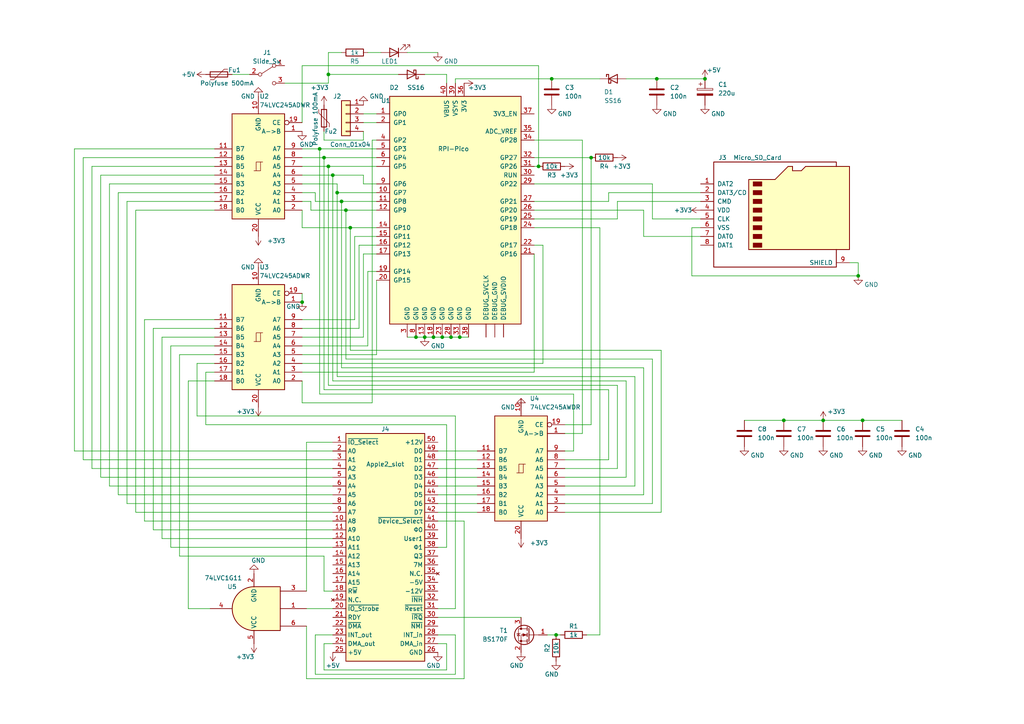
<source format=kicad_sch>
(kicad_sch (version 20230121) (generator eeschema)

  (uuid eaef1172-3351-417c-bfc4-74a598f141cb)

  (paper "A4")

  (title_block
    (title "A2Pico.v2.7")
    (rev "2.7")
  )

  (lib_symbols
    (symbol "74xGxx:74LVC1G11" (in_bom yes) (on_board yes)
      (property "Reference" "U" (at -5.08 10.16 0)
        (effects (font (size 1.27 1.27)))
      )
      (property "Value" "74LVC1G11" (at 7.62 -10.16 0)
        (effects (font (size 1.27 1.27)))
      )
      (property "Footprint" "" (at 0 0 0)
        (effects (font (size 1.27 1.27)) hide)
      )
      (property "Datasheet" "http://www.ti.com/lit/sg/scyt129e/scyt129e.pdf" (at 0 0 0)
        (effects (font (size 1.27 1.27)) hide)
      )
      (property "ki_keywords" "Single Gate AND triple LVC CMOS" (at 0 0 0)
        (effects (font (size 1.27 1.27)) hide)
      )
      (property "ki_description" "Single AND 3 Input Gate, Low-Voltage CMOS" (at 0 0 0)
        (effects (font (size 1.27 1.27)) hide)
      )
      (property "ki_fp_filters" "SOT* SG-*" (at 0 0 0)
        (effects (font (size 1.27 1.27)) hide)
      )
      (symbol "74LVC1G11_0_1"
        (arc (start 0 -6.35) (mid 6.3224 0) (end 0 6.35)
          (stroke (width 0.254) (type default))
          (fill (type background))
        )
        (polyline
          (pts
            (xy 0 -6.35)
            (xy -7.62 -6.35)
            (xy -7.62 6.35)
            (xy 0 6.35)
          )
          (stroke (width 0.254) (type default))
          (fill (type background))
        )
      )
      (symbol "74LVC1G11_1_1"
        (pin input line (at -15.24 0 0) (length 7.62)
          (name "~" (effects (font (size 1.27 1.27))))
          (number "1" (effects (font (size 1.27 1.27))))
        )
        (pin power_in line (at 0 -10.16 90) (length 3.81)
          (name "GND" (effects (font (size 1.27 1.27))))
          (number "2" (effects (font (size 1.27 1.27))))
        )
        (pin input line (at -15.24 -5.08 0) (length 7.62)
          (name "~" (effects (font (size 1.27 1.27))))
          (number "3" (effects (font (size 1.27 1.27))))
        )
        (pin output line (at 12.7 0 180) (length 6.35)
          (name "~" (effects (font (size 1.27 1.27))))
          (number "4" (effects (font (size 1.27 1.27))))
        )
        (pin power_in line (at 0 10.16 270) (length 3.81)
          (name "VCC" (effects (font (size 1.27 1.27))))
          (number "5" (effects (font (size 1.27 1.27))))
        )
        (pin input line (at -15.24 5.08 0) (length 7.62)
          (name "~" (effects (font (size 1.27 1.27))))
          (number "6" (effects (font (size 1.27 1.27))))
        )
      )
    )
    (symbol "74xx:74LS245" (pin_names (offset 1.016)) (in_bom yes) (on_board yes)
      (property "Reference" "U" (at -7.62 16.51 0)
        (effects (font (size 1.27 1.27)))
      )
      (property "Value" "74LS245" (at -7.62 -16.51 0)
        (effects (font (size 1.27 1.27)))
      )
      (property "Footprint" "" (at 0 0 0)
        (effects (font (size 1.27 1.27)) hide)
      )
      (property "Datasheet" "http://www.ti.com/lit/gpn/sn74LS245" (at 0 0 0)
        (effects (font (size 1.27 1.27)) hide)
      )
      (property "ki_locked" "" (at 0 0 0)
        (effects (font (size 1.27 1.27)))
      )
      (property "ki_keywords" "TTL BUS 3State" (at 0 0 0)
        (effects (font (size 1.27 1.27)) hide)
      )
      (property "ki_description" "Octal BUS Transceivers, 3-State outputs" (at 0 0 0)
        (effects (font (size 1.27 1.27)) hide)
      )
      (property "ki_fp_filters" "DIP?20*" (at 0 0 0)
        (effects (font (size 1.27 1.27)) hide)
      )
      (symbol "74LS245_1_0"
        (polyline
          (pts
            (xy -0.635 -1.27)
            (xy -0.635 1.27)
            (xy 0.635 1.27)
          )
          (stroke (width 0) (type default))
          (fill (type none))
        )
        (polyline
          (pts
            (xy -1.27 -1.27)
            (xy 0.635 -1.27)
            (xy 0.635 1.27)
            (xy 1.27 1.27)
          )
          (stroke (width 0) (type default))
          (fill (type none))
        )
        (pin input line (at -12.7 -10.16 0) (length 5.08)
          (name "A->B" (effects (font (size 1.27 1.27))))
          (number "1" (effects (font (size 1.27 1.27))))
        )
        (pin power_in line (at 0 -20.32 90) (length 5.08)
          (name "GND" (effects (font (size 1.27 1.27))))
          (number "10" (effects (font (size 1.27 1.27))))
        )
        (pin tri_state line (at 12.7 -5.08 180) (length 5.08)
          (name "B7" (effects (font (size 1.27 1.27))))
          (number "11" (effects (font (size 1.27 1.27))))
        )
        (pin tri_state line (at 12.7 -2.54 180) (length 5.08)
          (name "B6" (effects (font (size 1.27 1.27))))
          (number "12" (effects (font (size 1.27 1.27))))
        )
        (pin tri_state line (at 12.7 0 180) (length 5.08)
          (name "B5" (effects (font (size 1.27 1.27))))
          (number "13" (effects (font (size 1.27 1.27))))
        )
        (pin tri_state line (at 12.7 2.54 180) (length 5.08)
          (name "B4" (effects (font (size 1.27 1.27))))
          (number "14" (effects (font (size 1.27 1.27))))
        )
        (pin tri_state line (at 12.7 5.08 180) (length 5.08)
          (name "B3" (effects (font (size 1.27 1.27))))
          (number "15" (effects (font (size 1.27 1.27))))
        )
        (pin tri_state line (at 12.7 7.62 180) (length 5.08)
          (name "B2" (effects (font (size 1.27 1.27))))
          (number "16" (effects (font (size 1.27 1.27))))
        )
        (pin tri_state line (at 12.7 10.16 180) (length 5.08)
          (name "B1" (effects (font (size 1.27 1.27))))
          (number "17" (effects (font (size 1.27 1.27))))
        )
        (pin tri_state line (at 12.7 12.7 180) (length 5.08)
          (name "B0" (effects (font (size 1.27 1.27))))
          (number "18" (effects (font (size 1.27 1.27))))
        )
        (pin input inverted (at -12.7 -12.7 0) (length 5.08)
          (name "CE" (effects (font (size 1.27 1.27))))
          (number "19" (effects (font (size 1.27 1.27))))
        )
        (pin tri_state line (at -12.7 12.7 0) (length 5.08)
          (name "A0" (effects (font (size 1.27 1.27))))
          (number "2" (effects (font (size 1.27 1.27))))
        )
        (pin power_in line (at 0 20.32 270) (length 5.08)
          (name "VCC" (effects (font (size 1.27 1.27))))
          (number "20" (effects (font (size 1.27 1.27))))
        )
        (pin tri_state line (at -12.7 10.16 0) (length 5.08)
          (name "A1" (effects (font (size 1.27 1.27))))
          (number "3" (effects (font (size 1.27 1.27))))
        )
        (pin tri_state line (at -12.7 7.62 0) (length 5.08)
          (name "A2" (effects (font (size 1.27 1.27))))
          (number "4" (effects (font (size 1.27 1.27))))
        )
        (pin tri_state line (at -12.7 5.08 0) (length 5.08)
          (name "A3" (effects (font (size 1.27 1.27))))
          (number "5" (effects (font (size 1.27 1.27))))
        )
        (pin tri_state line (at -12.7 2.54 0) (length 5.08)
          (name "A4" (effects (font (size 1.27 1.27))))
          (number "6" (effects (font (size 1.27 1.27))))
        )
        (pin tri_state line (at -12.7 0 0) (length 5.08)
          (name "A5" (effects (font (size 1.27 1.27))))
          (number "7" (effects (font (size 1.27 1.27))))
        )
        (pin tri_state line (at -12.7 -2.54 0) (length 5.08)
          (name "A6" (effects (font (size 1.27 1.27))))
          (number "8" (effects (font (size 1.27 1.27))))
        )
        (pin tri_state line (at -12.7 -5.08 0) (length 5.08)
          (name "A7" (effects (font (size 1.27 1.27))))
          (number "9" (effects (font (size 1.27 1.27))))
        )
      )
      (symbol "74LS245_1_1"
        (rectangle (start -7.62 15.24) (end 7.62 -15.24)
          (stroke (width 0.254) (type default))
          (fill (type background))
        )
      )
    )
    (symbol "Connector:Micro_SD_Card" (pin_names (offset 1.016)) (in_bom yes) (on_board yes)
      (property "Reference" "J" (at -16.51 15.24 0)
        (effects (font (size 1.27 1.27)))
      )
      (property "Value" "Micro_SD_Card" (at 16.51 15.24 0)
        (effects (font (size 1.27 1.27)) (justify right))
      )
      (property "Footprint" "" (at 29.21 7.62 0)
        (effects (font (size 1.27 1.27)) hide)
      )
      (property "Datasheet" "http://katalog.we-online.de/em/datasheet/693072010801.pdf" (at 0 0 0)
        (effects (font (size 1.27 1.27)) hide)
      )
      (property "ki_keywords" "connector SD microsd" (at 0 0 0)
        (effects (font (size 1.27 1.27)) hide)
      )
      (property "ki_description" "Micro SD Card Socket" (at 0 0 0)
        (effects (font (size 1.27 1.27)) hide)
      )
      (property "ki_fp_filters" "microSD*" (at 0 0 0)
        (effects (font (size 1.27 1.27)) hide)
      )
      (symbol "Micro_SD_Card_0_1"
        (rectangle (start -7.62 -9.525) (end -5.08 -10.795)
          (stroke (width 0) (type default))
          (fill (type outline))
        )
        (rectangle (start -7.62 -6.985) (end -5.08 -8.255)
          (stroke (width 0) (type default))
          (fill (type outline))
        )
        (rectangle (start -7.62 -4.445) (end -5.08 -5.715)
          (stroke (width 0) (type default))
          (fill (type outline))
        )
        (rectangle (start -7.62 -1.905) (end -5.08 -3.175)
          (stroke (width 0) (type default))
          (fill (type outline))
        )
        (rectangle (start -7.62 0.635) (end -5.08 -0.635)
          (stroke (width 0) (type default))
          (fill (type outline))
        )
        (rectangle (start -7.62 3.175) (end -5.08 1.905)
          (stroke (width 0) (type default))
          (fill (type outline))
        )
        (rectangle (start -7.62 5.715) (end -5.08 4.445)
          (stroke (width 0) (type default))
          (fill (type outline))
        )
        (rectangle (start -7.62 8.255) (end -5.08 6.985)
          (stroke (width 0) (type default))
          (fill (type outline))
        )
        (polyline
          (pts
            (xy 16.51 12.7)
            (xy 16.51 13.97)
            (xy -19.05 13.97)
            (xy -19.05 -16.51)
            (xy 16.51 -16.51)
            (xy 16.51 -11.43)
          )
          (stroke (width 0.254) (type default))
          (fill (type none))
        )
        (polyline
          (pts
            (xy -8.89 -11.43)
            (xy -8.89 8.89)
            (xy -1.27 8.89)
            (xy 2.54 12.7)
            (xy 3.81 12.7)
            (xy 3.81 11.43)
            (xy 6.35 11.43)
            (xy 7.62 12.7)
            (xy 20.32 12.7)
            (xy 20.32 -11.43)
            (xy -8.89 -11.43)
          )
          (stroke (width 0.254) (type default))
          (fill (type background))
        )
      )
      (symbol "Micro_SD_Card_1_1"
        (pin bidirectional line (at -22.86 7.62 0) (length 3.81)
          (name "DAT2" (effects (font (size 1.27 1.27))))
          (number "1" (effects (font (size 1.27 1.27))))
        )
        (pin bidirectional line (at -22.86 5.08 0) (length 3.81)
          (name "DAT3/CD" (effects (font (size 1.27 1.27))))
          (number "2" (effects (font (size 1.27 1.27))))
        )
        (pin input line (at -22.86 2.54 0) (length 3.81)
          (name "CMD" (effects (font (size 1.27 1.27))))
          (number "3" (effects (font (size 1.27 1.27))))
        )
        (pin power_in line (at -22.86 0 0) (length 3.81)
          (name "VDD" (effects (font (size 1.27 1.27))))
          (number "4" (effects (font (size 1.27 1.27))))
        )
        (pin input line (at -22.86 -2.54 0) (length 3.81)
          (name "CLK" (effects (font (size 1.27 1.27))))
          (number "5" (effects (font (size 1.27 1.27))))
        )
        (pin power_in line (at -22.86 -5.08 0) (length 3.81)
          (name "VSS" (effects (font (size 1.27 1.27))))
          (number "6" (effects (font (size 1.27 1.27))))
        )
        (pin bidirectional line (at -22.86 -7.62 0) (length 3.81)
          (name "DAT0" (effects (font (size 1.27 1.27))))
          (number "7" (effects (font (size 1.27 1.27))))
        )
        (pin bidirectional line (at -22.86 -10.16 0) (length 3.81)
          (name "DAT1" (effects (font (size 1.27 1.27))))
          (number "8" (effects (font (size 1.27 1.27))))
        )
        (pin passive line (at 20.32 -15.24 180) (length 3.81)
          (name "SHIELD" (effects (font (size 1.27 1.27))))
          (number "9" (effects (font (size 1.27 1.27))))
        )
      )
    )
    (symbol "Connector_Generic:Conn_01x04" (pin_names (offset 1.016) hide) (in_bom yes) (on_board yes)
      (property "Reference" "J" (at 0 5.08 0)
        (effects (font (size 1.27 1.27)))
      )
      (property "Value" "Conn_01x04" (at 0 -7.62 0)
        (effects (font (size 1.27 1.27)))
      )
      (property "Footprint" "" (at 0 0 0)
        (effects (font (size 1.27 1.27)) hide)
      )
      (property "Datasheet" "~" (at 0 0 0)
        (effects (font (size 1.27 1.27)) hide)
      )
      (property "ki_keywords" "connector" (at 0 0 0)
        (effects (font (size 1.27 1.27)) hide)
      )
      (property "ki_description" "Generic connector, single row, 01x04, script generated (kicad-library-utils/schlib/autogen/connector/)" (at 0 0 0)
        (effects (font (size 1.27 1.27)) hide)
      )
      (property "ki_fp_filters" "Connector*:*_1x??_*" (at 0 0 0)
        (effects (font (size 1.27 1.27)) hide)
      )
      (symbol "Conn_01x04_1_1"
        (rectangle (start -1.27 -4.953) (end 0 -5.207)
          (stroke (width 0.1524) (type default))
          (fill (type none))
        )
        (rectangle (start -1.27 -2.413) (end 0 -2.667)
          (stroke (width 0.1524) (type default))
          (fill (type none))
        )
        (rectangle (start -1.27 0.127) (end 0 -0.127)
          (stroke (width 0.1524) (type default))
          (fill (type none))
        )
        (rectangle (start -1.27 2.667) (end 0 2.413)
          (stroke (width 0.1524) (type default))
          (fill (type none))
        )
        (rectangle (start -1.27 3.81) (end 1.27 -6.35)
          (stroke (width 0.254) (type default))
          (fill (type background))
        )
        (pin passive line (at -5.08 2.54 0) (length 3.81)
          (name "Pin_1" (effects (font (size 1.27 1.27))))
          (number "1" (effects (font (size 1.27 1.27))))
        )
        (pin passive line (at -5.08 0 0) (length 3.81)
          (name "Pin_2" (effects (font (size 1.27 1.27))))
          (number "2" (effects (font (size 1.27 1.27))))
        )
        (pin passive line (at -5.08 -2.54 0) (length 3.81)
          (name "Pin_3" (effects (font (size 1.27 1.27))))
          (number "3" (effects (font (size 1.27 1.27))))
        )
        (pin passive line (at -5.08 -5.08 0) (length 3.81)
          (name "Pin_4" (effects (font (size 1.27 1.27))))
          (number "4" (effects (font (size 1.27 1.27))))
        )
      )
    )
    (symbol "Device:C" (pin_numbers hide) (pin_names (offset 0.254)) (in_bom yes) (on_board yes)
      (property "Reference" "C" (at 0.635 2.54 0)
        (effects (font (size 1.27 1.27)) (justify left))
      )
      (property "Value" "C" (at 0.635 -2.54 0)
        (effects (font (size 1.27 1.27)) (justify left))
      )
      (property "Footprint" "" (at 0.9652 -3.81 0)
        (effects (font (size 1.27 1.27)) hide)
      )
      (property "Datasheet" "~" (at 0 0 0)
        (effects (font (size 1.27 1.27)) hide)
      )
      (property "ki_keywords" "cap capacitor" (at 0 0 0)
        (effects (font (size 1.27 1.27)) hide)
      )
      (property "ki_description" "Unpolarized capacitor" (at 0 0 0)
        (effects (font (size 1.27 1.27)) hide)
      )
      (property "ki_fp_filters" "C_*" (at 0 0 0)
        (effects (font (size 1.27 1.27)) hide)
      )
      (symbol "C_0_1"
        (polyline
          (pts
            (xy -2.032 -0.762)
            (xy 2.032 -0.762)
          )
          (stroke (width 0.508) (type default))
          (fill (type none))
        )
        (polyline
          (pts
            (xy -2.032 0.762)
            (xy 2.032 0.762)
          )
          (stroke (width 0.508) (type default))
          (fill (type none))
        )
      )
      (symbol "C_1_1"
        (pin passive line (at 0 3.81 270) (length 2.794)
          (name "~" (effects (font (size 1.27 1.27))))
          (number "1" (effects (font (size 1.27 1.27))))
        )
        (pin passive line (at 0 -3.81 90) (length 2.794)
          (name "~" (effects (font (size 1.27 1.27))))
          (number "2" (effects (font (size 1.27 1.27))))
        )
      )
    )
    (symbol "Device:C_Polarized" (pin_numbers hide) (pin_names (offset 0.254)) (in_bom yes) (on_board yes)
      (property "Reference" "C" (at 0.635 2.54 0)
        (effects (font (size 1.27 1.27)) (justify left))
      )
      (property "Value" "C_Polarized" (at 0.635 -2.54 0)
        (effects (font (size 1.27 1.27)) (justify left))
      )
      (property "Footprint" "" (at 0.9652 -3.81 0)
        (effects (font (size 1.27 1.27)) hide)
      )
      (property "Datasheet" "~" (at 0 0 0)
        (effects (font (size 1.27 1.27)) hide)
      )
      (property "ki_keywords" "cap capacitor" (at 0 0 0)
        (effects (font (size 1.27 1.27)) hide)
      )
      (property "ki_description" "Polarized capacitor" (at 0 0 0)
        (effects (font (size 1.27 1.27)) hide)
      )
      (property "ki_fp_filters" "CP_*" (at 0 0 0)
        (effects (font (size 1.27 1.27)) hide)
      )
      (symbol "C_Polarized_0_1"
        (rectangle (start -2.286 0.508) (end 2.286 1.016)
          (stroke (width 0) (type default))
          (fill (type none))
        )
        (polyline
          (pts
            (xy -1.778 2.286)
            (xy -0.762 2.286)
          )
          (stroke (width 0) (type default))
          (fill (type none))
        )
        (polyline
          (pts
            (xy -1.27 2.794)
            (xy -1.27 1.778)
          )
          (stroke (width 0) (type default))
          (fill (type none))
        )
        (rectangle (start 2.286 -0.508) (end -2.286 -1.016)
          (stroke (width 0) (type default))
          (fill (type outline))
        )
      )
      (symbol "C_Polarized_1_1"
        (pin passive line (at 0 3.81 270) (length 2.794)
          (name "~" (effects (font (size 1.27 1.27))))
          (number "1" (effects (font (size 1.27 1.27))))
        )
        (pin passive line (at 0 -3.81 90) (length 2.794)
          (name "~" (effects (font (size 1.27 1.27))))
          (number "2" (effects (font (size 1.27 1.27))))
        )
      )
    )
    (symbol "Device:LED" (pin_numbers hide) (pin_names (offset 1.016) hide) (in_bom yes) (on_board yes)
      (property "Reference" "D" (at 0 2.54 0)
        (effects (font (size 1.27 1.27)))
      )
      (property "Value" "LED" (at 0 -2.54 0)
        (effects (font (size 1.27 1.27)))
      )
      (property "Footprint" "" (at 0 0 0)
        (effects (font (size 1.27 1.27)) hide)
      )
      (property "Datasheet" "~" (at 0 0 0)
        (effects (font (size 1.27 1.27)) hide)
      )
      (property "ki_keywords" "LED diode" (at 0 0 0)
        (effects (font (size 1.27 1.27)) hide)
      )
      (property "ki_description" "Light emitting diode" (at 0 0 0)
        (effects (font (size 1.27 1.27)) hide)
      )
      (property "ki_fp_filters" "LED* LED_SMD:* LED_THT:*" (at 0 0 0)
        (effects (font (size 1.27 1.27)) hide)
      )
      (symbol "LED_0_1"
        (polyline
          (pts
            (xy -1.27 -1.27)
            (xy -1.27 1.27)
          )
          (stroke (width 0.254) (type default))
          (fill (type none))
        )
        (polyline
          (pts
            (xy -1.27 0)
            (xy 1.27 0)
          )
          (stroke (width 0) (type default))
          (fill (type none))
        )
        (polyline
          (pts
            (xy 1.27 -1.27)
            (xy 1.27 1.27)
            (xy -1.27 0)
            (xy 1.27 -1.27)
          )
          (stroke (width 0.254) (type default))
          (fill (type none))
        )
        (polyline
          (pts
            (xy -3.048 -0.762)
            (xy -4.572 -2.286)
            (xy -3.81 -2.286)
            (xy -4.572 -2.286)
            (xy -4.572 -1.524)
          )
          (stroke (width 0) (type default))
          (fill (type none))
        )
        (polyline
          (pts
            (xy -1.778 -0.762)
            (xy -3.302 -2.286)
            (xy -2.54 -2.286)
            (xy -3.302 -2.286)
            (xy -3.302 -1.524)
          )
          (stroke (width 0) (type default))
          (fill (type none))
        )
      )
      (symbol "LED_1_1"
        (pin passive line (at -3.81 0 0) (length 2.54)
          (name "K" (effects (font (size 1.27 1.27))))
          (number "1" (effects (font (size 1.27 1.27))))
        )
        (pin passive line (at 3.81 0 180) (length 2.54)
          (name "A" (effects (font (size 1.27 1.27))))
          (number "2" (effects (font (size 1.27 1.27))))
        )
      )
    )
    (symbol "Device:Polyfuse" (pin_numbers hide) (pin_names (offset 0)) (in_bom yes) (on_board yes)
      (property "Reference" "F" (at -2.54 0 90)
        (effects (font (size 1.27 1.27)))
      )
      (property "Value" "Polyfuse" (at 2.54 0 90)
        (effects (font (size 1.27 1.27)))
      )
      (property "Footprint" "" (at 1.27 -5.08 0)
        (effects (font (size 1.27 1.27)) (justify left) hide)
      )
      (property "Datasheet" "~" (at 0 0 0)
        (effects (font (size 1.27 1.27)) hide)
      )
      (property "ki_keywords" "resettable fuse PTC PPTC polyfuse polyswitch" (at 0 0 0)
        (effects (font (size 1.27 1.27)) hide)
      )
      (property "ki_description" "Resettable fuse, polymeric positive temperature coefficient" (at 0 0 0)
        (effects (font (size 1.27 1.27)) hide)
      )
      (property "ki_fp_filters" "*polyfuse* *PTC*" (at 0 0 0)
        (effects (font (size 1.27 1.27)) hide)
      )
      (symbol "Polyfuse_0_1"
        (rectangle (start -0.762 2.54) (end 0.762 -2.54)
          (stroke (width 0.254) (type default))
          (fill (type none))
        )
        (polyline
          (pts
            (xy 0 2.54)
            (xy 0 -2.54)
          )
          (stroke (width 0) (type default))
          (fill (type none))
        )
        (polyline
          (pts
            (xy -1.524 2.54)
            (xy -1.524 1.524)
            (xy 1.524 -1.524)
            (xy 1.524 -2.54)
          )
          (stroke (width 0) (type default))
          (fill (type none))
        )
      )
      (symbol "Polyfuse_1_1"
        (pin passive line (at 0 3.81 270) (length 1.27)
          (name "~" (effects (font (size 1.27 1.27))))
          (number "1" (effects (font (size 1.27 1.27))))
        )
        (pin passive line (at 0 -3.81 90) (length 1.27)
          (name "~" (effects (font (size 1.27 1.27))))
          (number "2" (effects (font (size 1.27 1.27))))
        )
      )
    )
    (symbol "Device:R" (pin_numbers hide) (pin_names (offset 0)) (in_bom yes) (on_board yes)
      (property "Reference" "R" (at 2.032 0 90)
        (effects (font (size 1.27 1.27)))
      )
      (property "Value" "R" (at 0 0 90)
        (effects (font (size 1.27 1.27)))
      )
      (property "Footprint" "" (at -1.778 0 90)
        (effects (font (size 1.27 1.27)) hide)
      )
      (property "Datasheet" "~" (at 0 0 0)
        (effects (font (size 1.27 1.27)) hide)
      )
      (property "ki_keywords" "R res resistor" (at 0 0 0)
        (effects (font (size 1.27 1.27)) hide)
      )
      (property "ki_description" "Resistor" (at 0 0 0)
        (effects (font (size 1.27 1.27)) hide)
      )
      (property "ki_fp_filters" "R_*" (at 0 0 0)
        (effects (font (size 1.27 1.27)) hide)
      )
      (symbol "R_0_1"
        (rectangle (start -1.016 -2.54) (end 1.016 2.54)
          (stroke (width 0.254) (type default))
          (fill (type none))
        )
      )
      (symbol "R_1_1"
        (pin passive line (at 0 3.81 270) (length 1.27)
          (name "~" (effects (font (size 1.27 1.27))))
          (number "1" (effects (font (size 1.27 1.27))))
        )
        (pin passive line (at 0 -3.81 90) (length 1.27)
          (name "~" (effects (font (size 1.27 1.27))))
          (number "2" (effects (font (size 1.27 1.27))))
        )
      )
    )
    (symbol "Diode:1N6857" (pin_numbers hide) (pin_names (offset 1.016) hide) (in_bom yes) (on_board yes)
      (property "Reference" "D" (at 0 2.54 0)
        (effects (font (size 1.27 1.27)))
      )
      (property "Value" "1N6857" (at 0 -2.54 0)
        (effects (font (size 1.27 1.27)))
      )
      (property "Footprint" "Diode_THT:D_DO-35_SOD27_P7.62mm_Horizontal" (at 0 -4.445 0)
        (effects (font (size 1.27 1.27)) hide)
      )
      (property "Datasheet" "https://www.microsemi.com/document-portal/doc_download/8865-lds-0040-datasheet" (at 0 0 0)
        (effects (font (size 1.27 1.27)) hide)
      )
      (property "ki_keywords" "diode Schottky" (at 0 0 0)
        (effects (font (size 1.27 1.27)) hide)
      )
      (property "ki_description" "20V 150mA Schottky diode, DO-35" (at 0 0 0)
        (effects (font (size 1.27 1.27)) hide)
      )
      (property "ki_fp_filters" "D*DO?35*" (at 0 0 0)
        (effects (font (size 1.27 1.27)) hide)
      )
      (symbol "1N6857_0_1"
        (polyline
          (pts
            (xy 1.27 0)
            (xy -1.27 0)
          )
          (stroke (width 0) (type default))
          (fill (type none))
        )
        (polyline
          (pts
            (xy 1.27 1.27)
            (xy 1.27 -1.27)
            (xy -1.27 0)
            (xy 1.27 1.27)
          )
          (stroke (width 0.254) (type default))
          (fill (type none))
        )
        (polyline
          (pts
            (xy -1.905 0.635)
            (xy -1.905 1.27)
            (xy -1.27 1.27)
            (xy -1.27 -1.27)
            (xy -0.635 -1.27)
            (xy -0.635 -0.635)
          )
          (stroke (width 0.254) (type default))
          (fill (type none))
        )
      )
      (symbol "1N6857_1_1"
        (pin passive line (at -3.81 0 0) (length 2.54)
          (name "K" (effects (font (size 1.27 1.27))))
          (number "1" (effects (font (size 1.27 1.27))))
        )
        (pin passive line (at 3.81 0 180) (length 2.54)
          (name "A" (effects (font (size 1.27 1.27))))
          (number "2" (effects (font (size 1.27 1.27))))
        )
      )
    )
    (symbol "MCU_Microchip_PIC16:RPI-Pico" (pin_names (offset 1.016)) (in_bom yes) (on_board yes)
      (property "Reference" "U" (at 6.35 35.56 0)
        (effects (font (size 1.27 1.27)) (justify left))
      )
      (property "Value" "RPI-Pico" (at 6.35 33.02 0)
        (effects (font (size 1.27 1.27)) (justify left))
      )
      (property "Footprint" "" (at 0 0 0)
        (effects (font (size 1.27 1.27) italic) hide)
      )
      (property "Datasheet" "RPI-Pico" (at 0 0 0)
        (effects (font (size 1.27 1.27)) hide)
      )
      (property "ki_keywords" "Flash-Based 8-Bit Microcontroller" (at 0 0 0)
        (effects (font (size 1.27 1.27)) hide)
      )
      (property "ki_description" "4K Flash, 192B SRAM, ADC, PWM, DIP40" (at 0 0 0)
        (effects (font (size 1.27 1.27)) hide)
      )
      (property "ki_fp_filters" "DIP* PDIP*" (at 0 0 0)
        (effects (font (size 1.27 1.27)) hide)
      )
      (symbol "RPI-Pico_0_1"
        (rectangle (start -19.05 -34.29) (end 19.05 31.75)
          (stroke (width 0.254) (type default))
          (fill (type background))
        )
      )
      (symbol "RPI-Pico_1_1"
        (pin power_in line (at 11.43 -38.1 90) (length 3.81)
          (name "DEBUG_GND" (effects (font (size 1.27 1.27))))
          (number "" (effects (font (size 1.27 1.27))))
        )
        (pin bidirectional line (at 8.89 -38.1 90) (length 3.81)
          (name "DEBUG_SVCLK" (effects (font (size 1.27 1.27))))
          (number "" (effects (font (size 1.27 1.27))))
        )
        (pin bidirectional line (at 13.97 -38.1 90) (length 3.81)
          (name "DEBUG_SVDIO" (effects (font (size 1.27 1.27))))
          (number "" (effects (font (size 1.27 1.27))))
        )
        (pin bidirectional line (at -22.86 26.67 0) (length 3.81)
          (name "GP0" (effects (font (size 1.27 1.27))))
          (number "1" (effects (font (size 1.27 1.27))))
        )
        (pin bidirectional line (at -22.86 3.81 0) (length 3.81)
          (name "GP7" (effects (font (size 1.27 1.27))))
          (number "10" (effects (font (size 1.27 1.27))))
        )
        (pin bidirectional line (at -22.86 1.27 0) (length 3.81)
          (name "GP8" (effects (font (size 1.27 1.27))))
          (number "11" (effects (font (size 1.27 1.27))))
        )
        (pin bidirectional line (at -22.86 -1.27 0) (length 3.81)
          (name "GP9" (effects (font (size 1.27 1.27))))
          (number "12" (effects (font (size 1.27 1.27))))
        )
        (pin power_in line (at -8.89 -38.1 90) (length 3.81)
          (name "GND" (effects (font (size 1.27 1.27))))
          (number "13" (effects (font (size 1.27 1.27))))
        )
        (pin bidirectional line (at -22.86 -6.35 0) (length 3.81)
          (name "GP10" (effects (font (size 1.27 1.27))))
          (number "14" (effects (font (size 1.27 1.27))))
        )
        (pin bidirectional line (at -22.86 -8.89 0) (length 3.81)
          (name "GP11" (effects (font (size 1.27 1.27))))
          (number "15" (effects (font (size 1.27 1.27))))
        )
        (pin bidirectional line (at -22.86 -11.43 0) (length 3.81)
          (name "GP12" (effects (font (size 1.27 1.27))))
          (number "16" (effects (font (size 1.27 1.27))))
        )
        (pin bidirectional line (at -22.86 -13.97 0) (length 3.81)
          (name "GP13" (effects (font (size 1.27 1.27))))
          (number "17" (effects (font (size 1.27 1.27))))
        )
        (pin power_in line (at -6.35 -38.1 90) (length 3.81)
          (name "GND" (effects (font (size 1.27 1.27))))
          (number "18" (effects (font (size 1.27 1.27))))
        )
        (pin bidirectional line (at -22.86 -19.05 0) (length 3.81)
          (name "GP14" (effects (font (size 1.27 1.27))))
          (number "19" (effects (font (size 1.27 1.27))))
        )
        (pin bidirectional line (at -22.86 24.13 0) (length 3.81)
          (name "GP1" (effects (font (size 1.27 1.27))))
          (number "2" (effects (font (size 1.27 1.27))))
        )
        (pin bidirectional line (at -22.86 -21.59 0) (length 3.81)
          (name "GP15" (effects (font (size 1.27 1.27))))
          (number "20" (effects (font (size 1.27 1.27))))
        )
        (pin bidirectional line (at 22.86 -13.97 180) (length 3.81)
          (name "GP16" (effects (font (size 1.27 1.27))))
          (number "21" (effects (font (size 1.27 1.27))))
        )
        (pin bidirectional line (at 22.86 -11.43 180) (length 3.81)
          (name "GP17" (effects (font (size 1.27 1.27))))
          (number "22" (effects (font (size 1.27 1.27))))
        )
        (pin power_in line (at -3.81 -38.1 90) (length 3.81)
          (name "GND" (effects (font (size 1.27 1.27))))
          (number "23" (effects (font (size 1.27 1.27))))
        )
        (pin bidirectional line (at 22.86 -6.35 180) (length 3.81)
          (name "GP18" (effects (font (size 1.27 1.27))))
          (number "24" (effects (font (size 1.27 1.27))))
        )
        (pin bidirectional line (at 22.86 -3.81 180) (length 3.81)
          (name "GP19" (effects (font (size 1.27 1.27))))
          (number "25" (effects (font (size 1.27 1.27))))
        )
        (pin bidirectional line (at 22.86 -1.27 180) (length 3.81)
          (name "GP20" (effects (font (size 1.27 1.27))))
          (number "26" (effects (font (size 1.27 1.27))))
        )
        (pin bidirectional line (at 22.86 1.27 180) (length 3.81)
          (name "GP21" (effects (font (size 1.27 1.27))))
          (number "27" (effects (font (size 1.27 1.27))))
        )
        (pin power_in line (at -1.27 -38.1 90) (length 3.81)
          (name "GND" (effects (font (size 1.27 1.27))))
          (number "28" (effects (font (size 1.27 1.27))))
        )
        (pin bidirectional line (at 22.86 6.35 180) (length 3.81)
          (name "GP22" (effects (font (size 1.27 1.27))))
          (number "29" (effects (font (size 1.27 1.27))))
        )
        (pin power_in line (at -13.97 -38.1 90) (length 3.81)
          (name "GND" (effects (font (size 1.27 1.27))))
          (number "3" (effects (font (size 1.27 1.27))))
        )
        (pin bidirectional line (at 22.86 8.89 180) (length 3.81)
          (name "RUN" (effects (font (size 1.27 1.27))))
          (number "30" (effects (font (size 1.27 1.27))))
        )
        (pin bidirectional line (at 22.86 11.43 180) (length 3.81)
          (name "GP26" (effects (font (size 1.27 1.27))))
          (number "31" (effects (font (size 1.27 1.27))))
        )
        (pin bidirectional line (at 22.86 13.97 180) (length 3.81)
          (name "GP27" (effects (font (size 1.27 1.27))))
          (number "32" (effects (font (size 1.27 1.27))))
        )
        (pin power_in line (at 1.27 -38.1 90) (length 3.81)
          (name "GND" (effects (font (size 1.27 1.27))))
          (number "33" (effects (font (size 1.27 1.27))))
        )
        (pin bidirectional line (at 22.86 19.05 180) (length 3.81)
          (name "GP28" (effects (font (size 1.27 1.27))))
          (number "34" (effects (font (size 1.27 1.27))))
        )
        (pin bidirectional line (at 22.86 21.59 180) (length 3.81)
          (name "ADC_VREF" (effects (font (size 1.27 1.27))))
          (number "35" (effects (font (size 1.27 1.27))))
        )
        (pin power_in line (at 2.54 35.56 270) (length 3.81)
          (name "3V3" (effects (font (size 1.27 1.27))))
          (number "36" (effects (font (size 1.27 1.27))))
        )
        (pin bidirectional line (at 22.86 26.67 180) (length 3.81)
          (name "3V3_EN" (effects (font (size 1.27 1.27))))
          (number "37" (effects (font (size 1.27 1.27))))
        )
        (pin power_in line (at 3.81 -38.1 90) (length 3.81)
          (name "GND" (effects (font (size 1.27 1.27))))
          (number "38" (effects (font (size 1.27 1.27))))
        )
        (pin power_in line (at 0 35.56 270) (length 3.81)
          (name "VSYS" (effects (font (size 1.27 1.27))))
          (number "39" (effects (font (size 1.27 1.27))))
        )
        (pin bidirectional line (at -22.86 19.05 0) (length 3.81)
          (name "GP2" (effects (font (size 1.27 1.27))))
          (number "4" (effects (font (size 1.27 1.27))))
        )
        (pin power_in line (at -2.54 35.56 270) (length 3.81)
          (name "VBUS" (effects (font (size 1.27 1.27))))
          (number "40" (effects (font (size 1.27 1.27))))
        )
        (pin bidirectional line (at -22.86 16.51 0) (length 3.81)
          (name "GP3" (effects (font (size 1.27 1.27))))
          (number "5" (effects (font (size 1.27 1.27))))
        )
        (pin bidirectional line (at -22.86 13.97 0) (length 3.81)
          (name "GP4" (effects (font (size 1.27 1.27))))
          (number "6" (effects (font (size 1.27 1.27))))
        )
        (pin bidirectional line (at -22.86 11.43 0) (length 3.81)
          (name "GP5" (effects (font (size 1.27 1.27))))
          (number "7" (effects (font (size 1.27 1.27))))
        )
        (pin power_in line (at -11.43 -38.1 90) (length 3.81)
          (name "GND" (effects (font (size 1.27 1.27))))
          (number "8" (effects (font (size 1.27 1.27))))
        )
        (pin bidirectional line (at -22.86 6.35 0) (length 3.81)
          (name "GP6" (effects (font (size 1.27 1.27))))
          (number "9" (effects (font (size 1.27 1.27))))
        )
      )
    )
    (symbol "Ralle_Library:Apple2_edge_connector" (in_bom yes) (on_board yes)
      (property "Reference" "CON" (at 0 0 0)
        (effects (font (size 1.27 1.27)))
      )
      (property "Value" "Apple2_edge_connector" (at 0 -34.29 0)
        (effects (font (size 1.27 1.27)))
      )
      (property "Footprint" "" (at 0 0 0)
        (effects (font (size 1.27 1.27)) hide)
      )
      (property "Datasheet" "" (at 0 0 0)
        (effects (font (size 1.27 1.27)) hide)
      )
      (symbol "Apple2_edge_connector_0_1"
        (rectangle (start -11.43 33.02) (end 11.43 -33.02)
          (stroke (width 0.254) (type default))
          (fill (type background))
        )
      )
      (symbol "Apple2_edge_connector_1_1"
        (pin output line (at -15.24 30.48 0) (length 3.81)
          (name "~{IO_Select}" (effects (font (size 1.27 1.27))))
          (number "1" (effects (font (size 1.27 1.27))))
        )
        (pin input line (at -15.24 7.62 0) (length 3.81)
          (name "A8" (effects (font (size 1.27 1.27))))
          (number "10" (effects (font (size 1.27 1.27))))
        )
        (pin input line (at -15.24 5.08 0) (length 3.81)
          (name "A9" (effects (font (size 1.27 1.27))))
          (number "11" (effects (font (size 1.27 1.27))))
        )
        (pin input line (at -15.24 2.54 0) (length 3.81)
          (name "A10" (effects (font (size 1.27 1.27))))
          (number "12" (effects (font (size 1.27 1.27))))
        )
        (pin input line (at -15.24 0 0) (length 3.81)
          (name "A11" (effects (font (size 1.27 1.27))))
          (number "13" (effects (font (size 1.27 1.27))))
        )
        (pin input line (at -15.24 -2.54 0) (length 3.81)
          (name "A12" (effects (font (size 1.27 1.27))))
          (number "14" (effects (font (size 1.27 1.27))))
        )
        (pin input line (at -15.24 -5.08 0) (length 3.81)
          (name "A13" (effects (font (size 1.27 1.27))))
          (number "15" (effects (font (size 1.27 1.27))))
        )
        (pin input line (at -15.24 -7.62 0) (length 3.81)
          (name "A14" (effects (font (size 1.27 1.27))))
          (number "16" (effects (font (size 1.27 1.27))))
        )
        (pin input line (at -15.24 -10.16 0) (length 3.81)
          (name "A15" (effects (font (size 1.27 1.27))))
          (number "17" (effects (font (size 1.27 1.27))))
        )
        (pin input line (at -15.24 -12.7 0) (length 3.81)
          (name "R~{W}" (effects (font (size 1.27 1.27))))
          (number "18" (effects (font (size 1.27 1.27))))
        )
        (pin no_connect line (at -15.24 -15.24 0) (length 3.81)
          (name "N.C." (effects (font (size 1.27 1.27))))
          (number "19" (effects (font (size 1.27 1.27))))
        )
        (pin input line (at -15.24 27.94 0) (length 3.81)
          (name "A0" (effects (font (size 1.27 1.27))))
          (number "2" (effects (font (size 1.27 1.27))))
        )
        (pin input line (at -15.24 -17.78 0) (length 3.81)
          (name "~{IO_Strobe}" (effects (font (size 1.27 1.27))))
          (number "20" (effects (font (size 1.27 1.27))))
        )
        (pin input line (at -15.24 -20.32 0) (length 3.81)
          (name "RDY" (effects (font (size 1.27 1.27))))
          (number "21" (effects (font (size 1.27 1.27))))
        )
        (pin bidirectional line (at -15.24 -22.86 0) (length 3.81)
          (name "~{DMA}" (effects (font (size 1.27 1.27))))
          (number "22" (effects (font (size 1.27 1.27))))
        )
        (pin input line (at -15.24 -25.4 0) (length 3.81)
          (name "INT_out" (effects (font (size 1.27 1.27))))
          (number "23" (effects (font (size 1.27 1.27))))
        )
        (pin input line (at -15.24 -27.94 0) (length 3.81)
          (name "DMA_out" (effects (font (size 1.27 1.27))))
          (number "24" (effects (font (size 1.27 1.27))))
        )
        (pin power_in line (at -15.24 -30.48 0) (length 3.81)
          (name "+5V" (effects (font (size 1.27 1.27))))
          (number "25" (effects (font (size 1.27 1.27))))
        )
        (pin passive line (at 15.24 -30.48 180) (length 3.81)
          (name "GND" (effects (font (size 1.27 1.27))))
          (number "26" (effects (font (size 1.27 1.27))))
        )
        (pin output line (at 15.24 -27.94 180) (length 3.81)
          (name "DMA_in" (effects (font (size 1.27 1.27))))
          (number "27" (effects (font (size 1.27 1.27))))
        )
        (pin output line (at 15.24 -25.4 180) (length 3.81)
          (name "INT_in" (effects (font (size 1.27 1.27))))
          (number "28" (effects (font (size 1.27 1.27))))
        )
        (pin output line (at 15.24 -22.86 180) (length 3.81)
          (name "~{NMI}" (effects (font (size 1.27 1.27))))
          (number "29" (effects (font (size 1.27 1.27))))
        )
        (pin input line (at -15.24 25.4 0) (length 3.81)
          (name "A1" (effects (font (size 1.27 1.27))))
          (number "3" (effects (font (size 1.27 1.27))))
        )
        (pin output line (at 15.24 -20.32 180) (length 3.81)
          (name "~{IRQ}" (effects (font (size 1.27 1.27))))
          (number "30" (effects (font (size 1.27 1.27))))
        )
        (pin bidirectional line (at 15.24 -17.78 180) (length 3.81)
          (name "~{Reset}" (effects (font (size 1.27 1.27))))
          (number "31" (effects (font (size 1.27 1.27))))
        )
        (pin input line (at 15.24 -15.24 180) (length 3.81)
          (name "~{INH}" (effects (font (size 1.27 1.27))))
          (number "32" (effects (font (size 1.27 1.27))))
        )
        (pin power_in line (at 15.24 -12.7 180) (length 3.81)
          (name "-12V" (effects (font (size 1.27 1.27))))
          (number "33" (effects (font (size 1.27 1.27))))
        )
        (pin power_in line (at 15.24 -10.16 180) (length 3.81)
          (name "-5V" (effects (font (size 1.27 1.27))))
          (number "34" (effects (font (size 1.27 1.27))))
        )
        (pin no_connect line (at 15.24 -7.62 180) (length 3.81)
          (name "N.C." (effects (font (size 1.27 1.27))))
          (number "35" (effects (font (size 1.27 1.27))))
        )
        (pin input line (at 15.24 -5.08 180) (length 3.81)
          (name "7M" (effects (font (size 1.27 1.27))))
          (number "36" (effects (font (size 1.27 1.27))))
        )
        (pin input line (at 15.24 -2.54 180) (length 3.81)
          (name "Q3" (effects (font (size 1.27 1.27))))
          (number "37" (effects (font (size 1.27 1.27))))
        )
        (pin input line (at 15.24 0 180) (length 3.81)
          (name "Ф1" (effects (font (size 1.27 1.27))))
          (number "38" (effects (font (size 1.27 1.27))))
        )
        (pin bidirectional line (at 15.24 2.54 180) (length 3.81)
          (name "User1" (effects (font (size 1.27 1.27))))
          (number "39" (effects (font (size 1.27 1.27))))
        )
        (pin input line (at -15.24 22.86 0) (length 3.81)
          (name "A2" (effects (font (size 1.27 1.27))))
          (number "4" (effects (font (size 1.27 1.27))))
        )
        (pin input line (at 15.24 5.08 180) (length 3.81)
          (name "Ф0" (effects (font (size 1.27 1.27))))
          (number "40" (effects (font (size 1.27 1.27))))
        )
        (pin input line (at 15.24 7.62 180) (length 3.81)
          (name "~{Device_Select}" (effects (font (size 1.27 1.27))))
          (number "41" (effects (font (size 1.27 1.27))))
        )
        (pin bidirectional line (at 15.24 10.16 180) (length 3.81)
          (name "D7" (effects (font (size 1.27 1.27))))
          (number "42" (effects (font (size 1.27 1.27))))
        )
        (pin bidirectional line (at 15.24 12.7 180) (length 3.81)
          (name "D6" (effects (font (size 1.27 1.27))))
          (number "43" (effects (font (size 1.27 1.27))))
        )
        (pin bidirectional line (at 15.24 15.24 180) (length 3.81)
          (name "D5" (effects (font (size 1.27 1.27))))
          (number "44" (effects (font (size 1.27 1.27))))
        )
        (pin bidirectional line (at 15.24 17.78 180) (length 3.81)
          (name "D4" (effects (font (size 1.27 1.27))))
          (number "45" (effects (font (size 1.27 1.27))))
        )
        (pin bidirectional line (at 15.24 20.32 180) (length 3.81)
          (name "D3" (effects (font (size 1.27 1.27))))
          (number "46" (effects (font (size 1.27 1.27))))
        )
        (pin bidirectional line (at 15.24 22.86 180) (length 3.81)
          (name "D2" (effects (font (size 1.27 1.27))))
          (number "47" (effects (font (size 1.27 1.27))))
        )
        (pin bidirectional line (at 15.24 25.4 180) (length 3.81)
          (name "D1" (effects (font (size 1.27 1.27))))
          (number "48" (effects (font (size 1.27 1.27))))
        )
        (pin bidirectional line (at 15.24 27.94 180) (length 3.81)
          (name "D0" (effects (font (size 1.27 1.27))))
          (number "49" (effects (font (size 1.27 1.27))))
        )
        (pin input line (at -15.24 20.32 0) (length 3.81)
          (name "A3" (effects (font (size 1.27 1.27))))
          (number "5" (effects (font (size 1.27 1.27))))
        )
        (pin power_in line (at 15.24 30.48 180) (length 3.81)
          (name "+12V" (effects (font (size 1.27 1.27))))
          (number "50" (effects (font (size 1.27 1.27))))
        )
        (pin input line (at -15.24 17.78 0) (length 3.81)
          (name "A4" (effects (font (size 1.27 1.27))))
          (number "6" (effects (font (size 1.27 1.27))))
        )
        (pin input line (at -15.24 15.24 0) (length 3.81)
          (name "A5" (effects (font (size 1.27 1.27))))
          (number "7" (effects (font (size 1.27 1.27))))
        )
        (pin input line (at -15.24 12.7 0) (length 3.81)
          (name "A6" (effects (font (size 1.27 1.27))))
          (number "8" (effects (font (size 1.27 1.27))))
        )
        (pin input line (at -15.24 10.16 0) (length 3.81)
          (name "A7" (effects (font (size 1.27 1.27))))
          (number "9" (effects (font (size 1.27 1.27))))
        )
      )
    )
    (symbol "Switch:SW_SPDT" (pin_names (offset 0) hide) (in_bom yes) (on_board yes)
      (property "Reference" "SW" (at 0 4.318 0)
        (effects (font (size 1.27 1.27)))
      )
      (property "Value" "SW_SPDT" (at 0 -5.08 0)
        (effects (font (size 1.27 1.27)))
      )
      (property "Footprint" "" (at 0 0 0)
        (effects (font (size 1.27 1.27)) hide)
      )
      (property "Datasheet" "~" (at 0 0 0)
        (effects (font (size 1.27 1.27)) hide)
      )
      (property "ki_keywords" "switch single-pole double-throw spdt ON-ON" (at 0 0 0)
        (effects (font (size 1.27 1.27)) hide)
      )
      (property "ki_description" "Switch, single pole double throw" (at 0 0 0)
        (effects (font (size 1.27 1.27)) hide)
      )
      (symbol "SW_SPDT_0_0"
        (circle (center -2.032 0) (radius 0.508)
          (stroke (width 0) (type default))
          (fill (type none))
        )
        (circle (center 2.032 -2.54) (radius 0.508)
          (stroke (width 0) (type default))
          (fill (type none))
        )
      )
      (symbol "SW_SPDT_0_1"
        (polyline
          (pts
            (xy -1.524 0.254)
            (xy 1.651 2.286)
          )
          (stroke (width 0) (type default))
          (fill (type none))
        )
        (circle (center 2.032 2.54) (radius 0.508)
          (stroke (width 0) (type default))
          (fill (type none))
        )
      )
      (symbol "SW_SPDT_1_1"
        (pin passive line (at 5.08 2.54 180) (length 2.54)
          (name "A" (effects (font (size 1.27 1.27))))
          (number "1" (effects (font (size 1.27 1.27))))
        )
        (pin passive line (at -5.08 0 0) (length 2.54)
          (name "B" (effects (font (size 1.27 1.27))))
          (number "2" (effects (font (size 1.27 1.27))))
        )
        (pin passive line (at 5.08 -2.54 180) (length 2.54)
          (name "C" (effects (font (size 1.27 1.27))))
          (number "3" (effects (font (size 1.27 1.27))))
        )
      )
    )
    (symbol "Transistor_FET:BS170F" (pin_names hide) (in_bom yes) (on_board yes)
      (property "Reference" "Q" (at 5.08 1.905 0)
        (effects (font (size 1.27 1.27)) (justify left))
      )
      (property "Value" "BS170F" (at 5.08 0 0)
        (effects (font (size 1.27 1.27)) (justify left))
      )
      (property "Footprint" "Package_TO_SOT_SMD:SOT-23" (at 5.08 -1.905 0)
        (effects (font (size 1.27 1.27) italic) (justify left) hide)
      )
      (property "Datasheet" "http://www.diodes.com/assets/Datasheets/BS170F.pdf" (at 0 0 0)
        (effects (font (size 1.27 1.27)) (justify left) hide)
      )
      (property "ki_keywords" "N-Channel MOSFET" (at 0 0 0)
        (effects (font (size 1.27 1.27)) hide)
      )
      (property "ki_description" "0.15A Id, 60V Vds, N-Channel MOSFET, SOT-23" (at 0 0 0)
        (effects (font (size 1.27 1.27)) hide)
      )
      (property "ki_fp_filters" "SOT?23*" (at 0 0 0)
        (effects (font (size 1.27 1.27)) hide)
      )
      (symbol "BS170F_0_1"
        (polyline
          (pts
            (xy 0.254 0)
            (xy -2.54 0)
          )
          (stroke (width 0) (type default))
          (fill (type none))
        )
        (polyline
          (pts
            (xy 0.254 1.905)
            (xy 0.254 -1.905)
          )
          (stroke (width 0.254) (type default))
          (fill (type none))
        )
        (polyline
          (pts
            (xy 0.762 -1.27)
            (xy 0.762 -2.286)
          )
          (stroke (width 0.254) (type default))
          (fill (type none))
        )
        (polyline
          (pts
            (xy 0.762 0.508)
            (xy 0.762 -0.508)
          )
          (stroke (width 0.254) (type default))
          (fill (type none))
        )
        (polyline
          (pts
            (xy 0.762 2.286)
            (xy 0.762 1.27)
          )
          (stroke (width 0.254) (type default))
          (fill (type none))
        )
        (polyline
          (pts
            (xy 2.54 2.54)
            (xy 2.54 1.778)
          )
          (stroke (width 0) (type default))
          (fill (type none))
        )
        (polyline
          (pts
            (xy 2.54 -2.54)
            (xy 2.54 0)
            (xy 0.762 0)
          )
          (stroke (width 0) (type default))
          (fill (type none))
        )
        (polyline
          (pts
            (xy 0.762 -1.778)
            (xy 3.302 -1.778)
            (xy 3.302 1.778)
            (xy 0.762 1.778)
          )
          (stroke (width 0) (type default))
          (fill (type none))
        )
        (polyline
          (pts
            (xy 1.016 0)
            (xy 2.032 0.381)
            (xy 2.032 -0.381)
            (xy 1.016 0)
          )
          (stroke (width 0) (type default))
          (fill (type outline))
        )
        (polyline
          (pts
            (xy 2.794 0.508)
            (xy 2.921 0.381)
            (xy 3.683 0.381)
            (xy 3.81 0.254)
          )
          (stroke (width 0) (type default))
          (fill (type none))
        )
        (polyline
          (pts
            (xy 3.302 0.381)
            (xy 2.921 -0.254)
            (xy 3.683 -0.254)
            (xy 3.302 0.381)
          )
          (stroke (width 0) (type default))
          (fill (type none))
        )
        (circle (center 1.651 0) (radius 2.794)
          (stroke (width 0.254) (type default))
          (fill (type none))
        )
        (circle (center 2.54 -1.778) (radius 0.254)
          (stroke (width 0) (type default))
          (fill (type outline))
        )
        (circle (center 2.54 1.778) (radius 0.254)
          (stroke (width 0) (type default))
          (fill (type outline))
        )
      )
      (symbol "BS170F_1_1"
        (pin input line (at -5.08 0 0) (length 2.54)
          (name "G" (effects (font (size 1.27 1.27))))
          (number "1" (effects (font (size 1.27 1.27))))
        )
        (pin passive line (at 2.54 -5.08 90) (length 2.54)
          (name "S" (effects (font (size 1.27 1.27))))
          (number "2" (effects (font (size 1.27 1.27))))
        )
        (pin passive line (at 2.54 5.08 270) (length 2.54)
          (name "D" (effects (font (size 1.27 1.27))))
          (number "3" (effects (font (size 1.27 1.27))))
        )
      )
    )
    (symbol "power:+3V3" (power) (pin_names (offset 0)) (in_bom yes) (on_board yes)
      (property "Reference" "#PWR" (at 0 -3.81 0)
        (effects (font (size 1.27 1.27)) hide)
      )
      (property "Value" "+3V3" (at 0 3.556 0)
        (effects (font (size 1.27 1.27)))
      )
      (property "Footprint" "" (at 0 0 0)
        (effects (font (size 1.27 1.27)) hide)
      )
      (property "Datasheet" "" (at 0 0 0)
        (effects (font (size 1.27 1.27)) hide)
      )
      (property "ki_keywords" "power-flag" (at 0 0 0)
        (effects (font (size 1.27 1.27)) hide)
      )
      (property "ki_description" "Power symbol creates a global label with name \"+3V3\"" (at 0 0 0)
        (effects (font (size 1.27 1.27)) hide)
      )
      (symbol "+3V3_0_1"
        (polyline
          (pts
            (xy -0.762 1.27)
            (xy 0 2.54)
          )
          (stroke (width 0) (type default))
          (fill (type none))
        )
        (polyline
          (pts
            (xy 0 0)
            (xy 0 2.54)
          )
          (stroke (width 0) (type default))
          (fill (type none))
        )
        (polyline
          (pts
            (xy 0 2.54)
            (xy 0.762 1.27)
          )
          (stroke (width 0) (type default))
          (fill (type none))
        )
      )
      (symbol "+3V3_1_1"
        (pin power_in line (at 0 0 90) (length 0) hide
          (name "+3V3" (effects (font (size 1.27 1.27))))
          (number "1" (effects (font (size 1.27 1.27))))
        )
      )
    )
    (symbol "power:+5V" (power) (pin_names (offset 0)) (in_bom yes) (on_board yes)
      (property "Reference" "#PWR" (at 0 -3.81 0)
        (effects (font (size 1.27 1.27)) hide)
      )
      (property "Value" "+5V" (at 0 3.556 0)
        (effects (font (size 1.27 1.27)))
      )
      (property "Footprint" "" (at 0 0 0)
        (effects (font (size 1.27 1.27)) hide)
      )
      (property "Datasheet" "" (at 0 0 0)
        (effects (font (size 1.27 1.27)) hide)
      )
      (property "ki_keywords" "power-flag" (at 0 0 0)
        (effects (font (size 1.27 1.27)) hide)
      )
      (property "ki_description" "Power symbol creates a global label with name \"+5V\"" (at 0 0 0)
        (effects (font (size 1.27 1.27)) hide)
      )
      (symbol "+5V_0_1"
        (polyline
          (pts
            (xy -0.762 1.27)
            (xy 0 2.54)
          )
          (stroke (width 0) (type default))
          (fill (type none))
        )
        (polyline
          (pts
            (xy 0 0)
            (xy 0 2.54)
          )
          (stroke (width 0) (type default))
          (fill (type none))
        )
        (polyline
          (pts
            (xy 0 2.54)
            (xy 0.762 1.27)
          )
          (stroke (width 0) (type default))
          (fill (type none))
        )
      )
      (symbol "+5V_1_1"
        (pin power_in line (at 0 0 90) (length 0) hide
          (name "+5V" (effects (font (size 1.27 1.27))))
          (number "1" (effects (font (size 1.27 1.27))))
        )
      )
    )
    (symbol "power:GND" (power) (pin_names (offset 0)) (in_bom yes) (on_board yes)
      (property "Reference" "#PWR" (at 0 -6.35 0)
        (effects (font (size 1.27 1.27)) hide)
      )
      (property "Value" "GND" (at 0 -3.81 0)
        (effects (font (size 1.27 1.27)))
      )
      (property "Footprint" "" (at 0 0 0)
        (effects (font (size 1.27 1.27)) hide)
      )
      (property "Datasheet" "" (at 0 0 0)
        (effects (font (size 1.27 1.27)) hide)
      )
      (property "ki_keywords" "power-flag" (at 0 0 0)
        (effects (font (size 1.27 1.27)) hide)
      )
      (property "ki_description" "Power symbol creates a global label with name \"GND\" , ground" (at 0 0 0)
        (effects (font (size 1.27 1.27)) hide)
      )
      (symbol "GND_0_1"
        (polyline
          (pts
            (xy 0 0)
            (xy 0 -1.27)
            (xy 1.27 -1.27)
            (xy 0 -2.54)
            (xy -1.27 -1.27)
            (xy 0 -1.27)
          )
          (stroke (width 0) (type default))
          (fill (type none))
        )
      )
      (symbol "GND_1_1"
        (pin power_in line (at 0 0 270) (length 0) hide
          (name "GND" (effects (font (size 1.27 1.27))))
          (number "1" (effects (font (size 1.27 1.27))))
        )
      )
    )
  )

  (junction (at 161.29 184.15) (diameter 0) (color 0 0 0 0)
    (uuid 1254a1c4-f647-4b25-a58f-31c55bcac79e)
  )
  (junction (at 100.33 60.96) (diameter 0) (color 0 0 0 0)
    (uuid 14e17c25-516c-4eba-872a-35d2b330e439)
  )
  (junction (at 227.33 121.92) (diameter 0) (color 0 0 0 0)
    (uuid 21753ce8-198b-469c-a171-e2a8e5cab98c)
  )
  (junction (at 171.45 45.72) (diameter 0) (color 0 0 0 0)
    (uuid 2a5172f5-05ee-491e-90cc-b42279621bd9)
  )
  (junction (at 238.76 121.92) (diameter 0) (color 0 0 0 0)
    (uuid 2ae588aa-6a84-4df3-b314-d464c81a42f8)
  )
  (junction (at 97.79 55.88) (diameter 0) (color 0 0 0 0)
    (uuid 2dea7704-3d2b-4be1-886d-ea9e1e8d0282)
  )
  (junction (at 130.81 97.79) (diameter 0) (color 0 0 0 0)
    (uuid 35cfce7d-47cc-4920-b8f5-c5913070c59c)
  )
  (junction (at 93.98 45.72) (diameter 0) (color 0 0 0 0)
    (uuid 3dcefe81-ce8f-4f26-8445-9b9f46e7c480)
  )
  (junction (at 250.19 121.92) (diameter 0) (color 0 0 0 0)
    (uuid 44031e87-2c92-47a1-a88c-61017e5eb599)
  )
  (junction (at 133.35 97.79) (diameter 0) (color 0 0 0 0)
    (uuid 4986c005-8241-4c0d-8a5a-b5cf9160ef6c)
  )
  (junction (at 156.21 48.26) (diameter 0) (color 0 0 0 0)
    (uuid 4e2a5dcf-156d-47c7-8b31-71752ee8b205)
  )
  (junction (at 101.6 66.04) (diameter 0) (color 0 0 0 0)
    (uuid 4f28aec7-b2f1-4f3f-9731-e7008552b15e)
  )
  (junction (at 190.5 22.86) (diameter 0) (color 0 0 0 0)
    (uuid 5835f500-c6ae-4fc7-8f66-bc8f541c8cb3)
  )
  (junction (at 248.92 80.01) (diameter 0) (color 0 0 0 0)
    (uuid 5e59c4c0-f3e4-4f7c-a1a6-29e8d940a235)
  )
  (junction (at 99.06 58.42) (diameter 0) (color 0 0 0 0)
    (uuid 642ce859-e8f8-466d-8bb9-cd5452452eb0)
  )
  (junction (at 125.73 97.79) (diameter 0) (color 0 0 0 0)
    (uuid 7d77f225-4cd0-49d9-96bf-2e9f72955146)
  )
  (junction (at 204.47 22.86) (diameter 0) (color 0 0 0 0)
    (uuid 89361d6e-e7a9-48b2-8597-7865848afb65)
  )
  (junction (at 87.63 87.63) (diameter 0) (color 0 0 0 0)
    (uuid a3a617b9-1a66-467c-9765-6e612b3ea937)
  )
  (junction (at 160.02 22.86) (diameter 0) (color 0 0 0 0)
    (uuid b6c9fb1d-4fff-4bc6-8c43-428a516df411)
  )
  (junction (at 95.25 21.59) (diameter 0) (color 0 0 0 0)
    (uuid b923b8b6-ede3-453a-86b0-4c4197e5160c)
  )
  (junction (at 128.27 97.79) (diameter 0) (color 0 0 0 0)
    (uuid cca71be2-aed8-4fbf-acd5-4c4c1079b89f)
  )
  (junction (at 123.19 97.79) (diameter 0) (color 0 0 0 0)
    (uuid d0f4581c-3576-4e3e-80a5-48a8a70c74a4)
  )
  (junction (at 96.52 50.8) (diameter 0) (color 0 0 0 0)
    (uuid e2908480-af57-461f-be27-2330368d83eb)
  )
  (junction (at 120.65 97.79) (diameter 0) (color 0 0 0 0)
    (uuid f2dc2324-e76c-4e7d-8fb0-1e85189ab288)
  )
  (junction (at 95.25 48.26) (diameter 0) (color 0 0 0 0)
    (uuid f3bf6af2-40c3-4f69-a4b5-b731eb6270eb)
  )
  (junction (at 92.71 43.18) (diameter 0) (color 0 0 0 0)
    (uuid f9fb37a2-be94-43a2-96be-87c823d6f759)
  )

  (wire (pts (xy 95.25 21.59) (xy 115.57 21.59))
    (stroke (width 0) (type default))
    (uuid 005aa11b-2cf4-4da0-9c76-8c6f47e063cc)
  )
  (wire (pts (xy 132.08 195.58) (xy 132.08 184.15))
    (stroke (width 0) (type default))
    (uuid 0239e5be-e86f-426b-b39c-73eb55241d5c)
  )
  (wire (pts (xy 59.69 107.95) (xy 59.69 123.19))
    (stroke (width 0) (type default))
    (uuid 033d98c1-1da5-4ef8-90a2-f4895beb1e58)
  )
  (wire (pts (xy 102.87 92.71) (xy 102.87 68.58))
    (stroke (width 0) (type default))
    (uuid 03ac264b-5636-4547-8d0c-db8567ef51b8)
  )
  (wire (pts (xy 128.27 97.79) (xy 125.73 97.79))
    (stroke (width 0) (type default))
    (uuid 03dd8aa3-8d10-4b4f-8bb9-40bbe4453833)
  )
  (wire (pts (xy 87.63 110.49) (xy 87.63 116.84))
    (stroke (width 0) (type default))
    (uuid 052fb636-cce4-43b5-9854-1fa6856aedf9)
  )
  (wire (pts (xy 62.23 53.34) (xy 31.75 53.34))
    (stroke (width 0) (type default))
    (uuid 06da39d1-f9cd-42e0-aa28-0d042144ebb7)
  )
  (wire (pts (xy 87.63 19.05) (xy 156.21 19.05))
    (stroke (width 0) (type default))
    (uuid 082c0544-865a-4df1-a3a7-8cc60be1a989)
  )
  (wire (pts (xy 200.66 66.04) (xy 203.2 66.04))
    (stroke (width 0) (type default))
    (uuid 0c3a44a5-0b51-4225-86dd-6d4895f0c4f3)
  )
  (wire (pts (xy 96.52 184.15) (xy 91.44 184.15))
    (stroke (width 0) (type default))
    (uuid 0cb071cd-a39b-49a3-b625-151fe939f974)
  )
  (wire (pts (xy 104.14 95.25) (xy 87.63 95.25))
    (stroke (width 0) (type default))
    (uuid 0d1a1d97-32d6-4c21-ab3b-ef3ce4669b89)
  )
  (wire (pts (xy 62.23 92.71) (xy 41.91 92.71))
    (stroke (width 0) (type default))
    (uuid 0d1dd210-6fda-4618-953f-a063ddc2be8a)
  )
  (wire (pts (xy 107.95 40.64) (xy 109.22 40.64))
    (stroke (width 0) (type default))
    (uuid 0f1fad61-700f-4c6b-b65b-c637468cd9ab)
  )
  (wire (pts (xy 105.41 40.64) (xy 105.41 38.1))
    (stroke (width 0) (type default))
    (uuid 1227b5f2-003b-4ea3-8ad9-196c3c2d7a75)
  )
  (wire (pts (xy 100.33 60.96) (xy 90.17 60.96))
    (stroke (width 0) (type default))
    (uuid 12ee66ff-f064-4e9f-bfa3-2c847f19fc4e)
  )
  (wire (pts (xy 29.21 138.43) (xy 96.52 138.43))
    (stroke (width 0) (type default))
    (uuid 1334ceae-8f98-4a04-b48c-44a0a3ce794b)
  )
  (wire (pts (xy 227.33 121.92) (xy 238.76 121.92))
    (stroke (width 0) (type default))
    (uuid 136952ff-97f5-4cc7-8ff6-6f88a6c9f7c1)
  )
  (wire (pts (xy 31.75 140.97) (xy 96.52 140.97))
    (stroke (width 0) (type default))
    (uuid 14644840-0414-40be-8262-666696ec7f0f)
  )
  (wire (pts (xy 44.45 153.67) (xy 44.45 95.25))
    (stroke (width 0) (type default))
    (uuid 15064f8b-2b6d-4513-b294-45994a38acf0)
  )
  (wire (pts (xy 93.98 113.03) (xy 176.53 113.03))
    (stroke (width 0) (type default))
    (uuid 15eb1ed4-8d3e-467b-bec9-8dedc2d92d14)
  )
  (wire (pts (xy 154.94 53.34) (xy 189.23 53.34))
    (stroke (width 0) (type default))
    (uuid 17d51e7c-492d-4655-a5e3-6ecb81369632)
  )
  (wire (pts (xy 91.44 55.88) (xy 91.44 58.42))
    (stroke (width 0) (type default))
    (uuid 19fbc84d-58f8-40b8-9570-f09b71ceef04)
  )
  (wire (pts (xy 133.35 97.79) (xy 130.81 97.79))
    (stroke (width 0) (type default))
    (uuid 1d9960df-255f-4d26-98da-bd157aace6fc)
  )
  (wire (pts (xy 106.68 100.33) (xy 87.63 100.33))
    (stroke (width 0) (type default))
    (uuid 1e0955b6-d25f-4514-b105-9f05193323cc)
  )
  (wire (pts (xy 184.15 140.97) (xy 163.83 140.97))
    (stroke (width 0) (type default))
    (uuid 21a6c41d-89da-424c-9c0c-c329c60ff844)
  )
  (wire (pts (xy 87.63 58.42) (xy 90.17 58.42))
    (stroke (width 0) (type default))
    (uuid 23e5bdba-8714-4908-8a19-3925f6d14e58)
  )
  (wire (pts (xy 92.71 43.18) (xy 92.71 114.3))
    (stroke (width 0) (type default))
    (uuid 24f3b2a0-cb72-4ce3-84b7-4368a02aa1b2)
  )
  (wire (pts (xy 36.83 146.05) (xy 96.52 146.05))
    (stroke (width 0) (type default))
    (uuid 2574ce56-e1b1-4d81-a4e4-6d99e91f1fa7)
  )
  (wire (pts (xy 186.69 60.96) (xy 186.69 68.58))
    (stroke (width 0) (type default))
    (uuid 25d69dd1-fc94-43f1-b1d6-f1b29b6a66d7)
  )
  (wire (pts (xy 132.08 184.15) (xy 127 184.15))
    (stroke (width 0) (type default))
    (uuid 2733b233-f566-4ba0-b2e4-6a59c46ae18e)
  )
  (wire (pts (xy 156.21 48.26) (xy 154.94 48.26))
    (stroke (width 0) (type default))
    (uuid 2a55d82c-f682-4b42-a174-ae42f78705bf)
  )
  (wire (pts (xy 160.02 22.86) (xy 173.99 22.86))
    (stroke (width 0) (type default))
    (uuid 2c21d895-e54e-43df-83ce-378a759e520a)
  )
  (wire (pts (xy 95.25 48.26) (xy 95.25 111.76))
    (stroke (width 0) (type default))
    (uuid 2c347182-eb39-4271-a3ed-9ceed29f2831)
  )
  (wire (pts (xy 88.9 196.85) (xy 134.62 196.85))
    (stroke (width 0) (type default))
    (uuid 2d4d4303-24a5-4910-a339-fc82b7accb02)
  )
  (wire (pts (xy 200.66 80.01) (xy 200.66 66.04))
    (stroke (width 0) (type default))
    (uuid 2dd3ef24-a0ed-42f1-87a6-a6044470c4f1)
  )
  (wire (pts (xy 238.76 121.92) (xy 250.19 121.92))
    (stroke (width 0) (type default))
    (uuid 2dd567cc-7760-48b1-80f1-ae60b1e9b744)
  )
  (wire (pts (xy 109.22 81.28) (xy 109.22 102.87))
    (stroke (width 0) (type default))
    (uuid 308ba8d6-7adb-4231-a630-44b32b692192)
  )
  (wire (pts (xy 99.06 15.24) (xy 95.25 15.24))
    (stroke (width 0) (type default))
    (uuid 30e62ba0-441d-44fe-b9cf-761f5156ddae)
  )
  (wire (pts (xy 96.52 171.45) (xy 93.98 171.45))
    (stroke (width 0) (type default))
    (uuid 328472ce-f69d-4185-bd15-b9e753dc2523)
  )
  (wire (pts (xy 173.99 66.04) (xy 154.94 66.04))
    (stroke (width 0) (type default))
    (uuid 35529360-020a-40ef-8aa2-b44ae36c77bc)
  )
  (wire (pts (xy 93.98 171.45) (xy 93.98 161.29))
    (stroke (width 0) (type default))
    (uuid 359c20b0-721c-44bb-93a0-b5dcbedc3711)
  )
  (wire (pts (xy 189.23 53.34) (xy 189.23 63.5))
    (stroke (width 0) (type default))
    (uuid 35aa8efc-de1c-460b-a3f8-728c9a519295)
  )
  (wire (pts (xy 154.94 63.5) (xy 179.07 63.5))
    (stroke (width 0) (type default))
    (uuid 36459c51-f5d9-4e06-b00b-9500816b775f)
  )
  (wire (pts (xy 21.59 43.18) (xy 21.59 130.81))
    (stroke (width 0) (type default))
    (uuid 36596d49-a4cc-495b-8823-918b8625b79a)
  )
  (wire (pts (xy 90.17 58.42) (xy 90.17 60.96))
    (stroke (width 0) (type default))
    (uuid 371505a0-7210-4266-97be-5a1843816a53)
  )
  (wire (pts (xy 168.91 40.64) (xy 154.94 40.64))
    (stroke (width 0) (type default))
    (uuid 3738a34e-e60c-4b80-b5e4-703b70def575)
  )
  (wire (pts (xy 181.61 22.86) (xy 190.5 22.86))
    (stroke (width 0) (type default))
    (uuid 38a1c7b3-981b-44ae-a1b3-1e48f802e5b0)
  )
  (wire (pts (xy 163.83 138.43) (xy 181.61 138.43))
    (stroke (width 0) (type default))
    (uuid 3a867743-3e97-4db7-988b-0fc70a5a4a5b)
  )
  (wire (pts (xy 99.06 106.68) (xy 186.69 106.68))
    (stroke (width 0) (type default))
    (uuid 3bc5b902-6581-4e39-8009-ec064f0866e9)
  )
  (wire (pts (xy 93.98 40.64) (xy 105.41 40.64))
    (stroke (width 0) (type default))
    (uuid 3c7f29b8-c748-4f4a-8239-c5a1aa27e3ee)
  )
  (wire (pts (xy 118.11 97.79) (xy 120.65 97.79))
    (stroke (width 0) (type default))
    (uuid 3dbdcdd4-d24f-49f6-afec-65c22ac18af4)
  )
  (wire (pts (xy 87.63 43.18) (xy 92.71 43.18))
    (stroke (width 0) (type default))
    (uuid 3e4d94fd-ad35-4578-88bb-7d2729b124db)
  )
  (wire (pts (xy 248.92 76.2) (xy 246.38 76.2))
    (stroke (width 0) (type default))
    (uuid 422ee3b5-9a7a-4ec9-afb1-8ad1acdc50bc)
  )
  (wire (pts (xy 54.61 110.49) (xy 54.61 176.53))
    (stroke (width 0) (type default))
    (uuid 442ec599-d0cd-4fba-a3e5-329ddb0b8c50)
  )
  (wire (pts (xy 87.63 45.72) (xy 93.98 45.72))
    (stroke (width 0) (type default))
    (uuid 45f29f40-8cbc-4691-9d51-db7a46268d60)
  )
  (wire (pts (xy 88.9 176.53) (xy 96.52 176.53))
    (stroke (width 0) (type default))
    (uuid 463b5752-29b7-4be6-a78b-ed824a8f197c)
  )
  (wire (pts (xy 163.83 148.59) (xy 191.77 148.59))
    (stroke (width 0) (type default))
    (uuid 463eb615-c1d4-43d7-b5f0-3478a2111873)
  )
  (wire (pts (xy 96.52 50.8) (xy 96.52 110.49))
    (stroke (width 0) (type default))
    (uuid 4651ea93-ea67-4c4e-8c51-338d6a14d267)
  )
  (wire (pts (xy 154.94 71.12) (xy 157.48 71.12))
    (stroke (width 0) (type default))
    (uuid 476dd12b-283a-4334-95b1-7ac1baced950)
  )
  (wire (pts (xy 186.69 106.68) (xy 186.69 143.51))
    (stroke (width 0) (type default))
    (uuid 47ccfc9b-7312-436c-a371-ca4577028a68)
  )
  (wire (pts (xy 97.79 109.22) (xy 184.15 109.22))
    (stroke (width 0) (type default))
    (uuid 4a394a62-dd7f-4f4d-8c08-a4ac6ea0c334)
  )
  (wire (pts (xy 41.91 151.13) (xy 96.52 151.13))
    (stroke (width 0) (type default))
    (uuid 4a5c51a8-b30c-4013-bd41-c2a9067c8e28)
  )
  (wire (pts (xy 118.11 15.24) (xy 127 15.24))
    (stroke (width 0) (type default))
    (uuid 4ba8e50b-8375-494f-a551-6ec67dde2ceb)
  )
  (wire (pts (xy 93.98 161.29) (xy 52.07 161.29))
    (stroke (width 0) (type default))
    (uuid 4d9d9d0e-3971-4533-915a-52a699aa10e0)
  )
  (wire (pts (xy 168.91 125.73) (xy 163.83 125.73))
    (stroke (width 0) (type default))
    (uuid 5011b14d-4f1d-4c5a-a177-d78ae436458f)
  )
  (wire (pts (xy 176.53 55.88) (xy 203.2 55.88))
    (stroke (width 0) (type default))
    (uuid 504badc6-5dac-46a3-9e08-6d7fe1414851)
  )
  (wire (pts (xy 101.6 101.6) (xy 191.77 101.6))
    (stroke (width 0) (type default))
    (uuid 50efc209-2d12-45ed-8e9f-216efe91619a)
  )
  (wire (pts (xy 87.63 107.95) (xy 154.94 107.95))
    (stroke (width 0) (type default))
    (uuid 51189956-aab3-4599-b611-63d43d7cb9c6)
  )
  (wire (pts (xy 93.98 45.72) (xy 93.98 113.03))
    (stroke (width 0) (type default))
    (uuid 5235858c-1902-4b1c-9a5f-efada62681e5)
  )
  (wire (pts (xy 57.15 105.41) (xy 57.15 120.65))
    (stroke (width 0) (type default))
    (uuid 52d20b2b-7974-4a91-a77e-b104f519bebf)
  )
  (wire (pts (xy 127 133.35) (xy 138.43 133.35))
    (stroke (width 0) (type default))
    (uuid 56ee04d1-b474-4fce-a0c8-3b7d48952431)
  )
  (wire (pts (xy 181.61 110.49) (xy 181.61 138.43))
    (stroke (width 0) (type default))
    (uuid 5705efb4-5e38-46f3-a646-dc552768bc84)
  )
  (wire (pts (xy 158.75 184.15) (xy 161.29 184.15))
    (stroke (width 0) (type default))
    (uuid 57167956-1a0b-4fb2-a89e-78e559421c3e)
  )
  (wire (pts (xy 87.63 66.04) (xy 101.6 66.04))
    (stroke (width 0) (type default))
    (uuid 59aca4dd-57f5-4431-ad92-022c619bd06e)
  )
  (wire (pts (xy 189.23 104.14) (xy 189.23 146.05))
    (stroke (width 0) (type default))
    (uuid 5dd2d4e7-e409-4195-a3df-7d9204e7cb72)
  )
  (wire (pts (xy 166.37 114.3) (xy 166.37 130.81))
    (stroke (width 0) (type default))
    (uuid 607532d2-14f4-4589-96fe-e5e59ee9f638)
  )
  (wire (pts (xy 109.22 53.34) (xy 105.41 53.34))
    (stroke (width 0) (type default))
    (uuid 61833092-7f29-4157-ade6-5df3e2bdeeae)
  )
  (wire (pts (xy 120.65 97.79) (xy 123.19 97.79))
    (stroke (width 0) (type default))
    (uuid 61d6f0d2-62d8-47d1-ac16-bf5409eba8a0)
  )
  (wire (pts (xy 189.23 63.5) (xy 203.2 63.5))
    (stroke (width 0) (type default))
    (uuid 62169f8a-4364-4a22-9e3b-b73cc34252d5)
  )
  (wire (pts (xy 95.25 111.76) (xy 179.07 111.76))
    (stroke (width 0) (type default))
    (uuid 628f6864-eade-4272-a5bc-4f84cec23720)
  )
  (wire (pts (xy 132.08 176.53) (xy 127 176.53))
    (stroke (width 0) (type default))
    (uuid 65a10da4-c58b-4363-aa46-bc88f6220845)
  )
  (wire (pts (xy 156.21 19.05) (xy 156.21 48.26))
    (stroke (width 0) (type default))
    (uuid 65c65cfc-dc20-4d77-bbec-ab3f82ba7bd7)
  )
  (wire (pts (xy 123.19 97.79) (xy 125.73 97.79))
    (stroke (width 0) (type default))
    (uuid 6798c7cc-dd93-403f-bb8b-5d780f1fb4b1)
  )
  (wire (pts (xy 179.07 135.89) (xy 163.83 135.89))
    (stroke (width 0) (type default))
    (uuid 69ab64b5-b3d1-4227-904f-0cdf7a443f5c)
  )
  (wire (pts (xy 57.15 120.65) (xy 132.08 120.65))
    (stroke (width 0) (type default))
    (uuid 6b73580d-d9d9-488b-958a-02906f2192aa)
  )
  (wire (pts (xy 93.98 186.69) (xy 93.98 194.31))
    (stroke (width 0) (type default))
    (uuid 6c6dddab-9124-4e10-877c-ac4477f43d41)
  )
  (wire (pts (xy 21.59 130.81) (xy 96.52 130.81))
    (stroke (width 0) (type default))
    (uuid 6e4dd347-7b13-4669-b13f-474c3bec78f8)
  )
  (wire (pts (xy 93.98 45.72) (xy 109.22 45.72))
    (stroke (width 0) (type default))
    (uuid 6eb9585a-6046-4096-a1d3-773aa2e7c8d3)
  )
  (wire (pts (xy 106.68 78.74) (xy 106.68 100.33))
    (stroke (width 0) (type default))
    (uuid 6f0d6330-c9d6-4b8d-baa2-753a85d1d5ee)
  )
  (wire (pts (xy 127 130.81) (xy 138.43 130.81))
    (stroke (width 0) (type default))
    (uuid 6f4e406a-6586-4b08-bbba-9d81e366ff30)
  )
  (wire (pts (xy 34.29 143.51) (xy 34.29 55.88))
    (stroke (width 0) (type default))
    (uuid 6f8386eb-772e-42f6-9afe-1e2ee89dd9f0)
  )
  (wire (pts (xy 106.68 78.74) (xy 109.22 78.74))
    (stroke (width 0) (type default))
    (uuid 6f993ec2-b7dd-4b8b-b8a6-7eaf3aed5345)
  )
  (wire (pts (xy 127 146.05) (xy 138.43 146.05))
    (stroke (width 0) (type default))
    (uuid 706665ee-c3d8-4e49-97e5-b7dd4876ae50)
  )
  (wire (pts (xy 132.08 22.86) (xy 132.08 24.13))
    (stroke (width 0) (type default))
    (uuid 71e4fe1b-c6d2-47c8-9005-caad1ac00737)
  )
  (wire (pts (xy 133.35 97.79) (xy 135.89 97.79))
    (stroke (width 0) (type default))
    (uuid 75d237bd-4cf8-41eb-98f5-76f541d8e97d)
  )
  (wire (pts (xy 127 140.97) (xy 138.43 140.97))
    (stroke (width 0) (type default))
    (uuid 763b535f-ffe8-4f99-9581-e6d2757a9b0e)
  )
  (wire (pts (xy 127 138.43) (xy 138.43 138.43))
    (stroke (width 0) (type default))
    (uuid 763f5877-179b-4861-a2d9-d1b585b8db56)
  )
  (wire (pts (xy 95.25 21.59) (xy 95.25 24.13))
    (stroke (width 0) (type default))
    (uuid 76fd3f2c-6ca1-43ce-b73d-7a3315572b47)
  )
  (wire (pts (xy 62.23 58.42) (xy 36.83 58.42))
    (stroke (width 0) (type default))
    (uuid 77775664-285a-4d04-97f2-faac780fd8c4)
  )
  (wire (pts (xy 59.69 123.19) (xy 129.54 123.19))
    (stroke (width 0) (type default))
    (uuid 79960682-7d09-43af-a385-42ed8a054f38)
  )
  (wire (pts (xy 191.77 101.6) (xy 191.77 148.59))
    (stroke (width 0) (type default))
    (uuid 7a51af6f-b5b1-44db-986b-717aad67cd4d)
  )
  (wire (pts (xy 62.23 60.96) (xy 39.37 60.96))
    (stroke (width 0) (type default))
    (uuid 7a51c07b-47ed-490f-adaf-43f347b2aa0d)
  )
  (wire (pts (xy 163.83 123.19) (xy 171.45 123.19))
    (stroke (width 0) (type default))
    (uuid 7acf678b-d2ac-4a33-8b1e-b78b61bb667c)
  )
  (wire (pts (xy 87.63 97.79) (xy 105.41 97.79))
    (stroke (width 0) (type default))
    (uuid 7bdabf05-13f7-43e6-9c7b-0a9eec7bdc81)
  )
  (wire (pts (xy 87.63 85.09) (xy 87.63 87.63))
    (stroke (width 0) (type default))
    (uuid 7c8b9a83-92cc-4f49-b896-d3a333a54bf1)
  )
  (wire (pts (xy 87.63 116.84) (xy 107.95 116.84))
    (stroke (width 0) (type default))
    (uuid 80447d04-4809-4b4f-ab1f-57a70da098a8)
  )
  (wire (pts (xy 97.79 55.88) (xy 109.22 55.88))
    (stroke (width 0) (type default))
    (uuid 808eac71-0e65-4440-b1e7-9913b1331a47)
  )
  (wire (pts (xy 163.83 133.35) (xy 176.53 133.35))
    (stroke (width 0) (type default))
    (uuid 823f7d1b-0769-4c84-b179-9c9f1d297a16)
  )
  (wire (pts (xy 179.07 58.42) (xy 179.07 63.5))
    (stroke (width 0) (type default))
    (uuid 8249dae4-da73-44ef-9cad-98a3979d646f)
  )
  (wire (pts (xy 24.13 45.72) (xy 24.13 133.35))
    (stroke (width 0) (type default))
    (uuid 825f5053-968f-45a5-9ccc-d3efb0bfb09e)
  )
  (wire (pts (xy 92.71 114.3) (xy 166.37 114.3))
    (stroke (width 0) (type default))
    (uuid 82bbd9f4-757b-4084-a08b-e21534a87703)
  )
  (wire (pts (xy 168.91 40.64) (xy 168.91 125.73))
    (stroke (width 0) (type default))
    (uuid 84e37f83-c27e-499c-95e0-e4fa5e1a8383)
  )
  (wire (pts (xy 127 148.59) (xy 138.43 148.59))
    (stroke (width 0) (type default))
    (uuid 86fd7e02-87e1-4ea8-9bdc-30f3b874396b)
  )
  (wire (pts (xy 29.21 50.8) (xy 29.21 138.43))
    (stroke (width 0) (type default))
    (uuid 871b5541-8abc-4161-9360-0583291b15c1)
  )
  (wire (pts (xy 102.87 68.58) (xy 109.22 68.58))
    (stroke (width 0) (type default))
    (uuid 887550ba-cccc-4f42-8a9f-3f99e259955d)
  )
  (wire (pts (xy 127 143.51) (xy 138.43 143.51))
    (stroke (width 0) (type default))
    (uuid 89c9524c-7e7b-4ed3-b072-0baf7e1e10bd)
  )
  (wire (pts (xy 46.99 97.79) (xy 46.99 156.21))
    (stroke (width 0) (type default))
    (uuid 8a0bc0fa-e1ed-4b93-94e3-49d058c76d5a)
  )
  (wire (pts (xy 176.53 58.42) (xy 176.53 55.88))
    (stroke (width 0) (type default))
    (uuid 8a122bd4-cceb-4953-9f25-a6935d438df1)
  )
  (wire (pts (xy 93.98 194.31) (xy 129.54 194.31))
    (stroke (width 0) (type default))
    (uuid 8b0d976c-93e3-4160-b417-5a4f71814589)
  )
  (wire (pts (xy 127 151.13) (xy 134.62 151.13))
    (stroke (width 0) (type default))
    (uuid 8bcae66d-e780-4b5c-aee5-c43eecd3e4cc)
  )
  (wire (pts (xy 95.25 48.26) (xy 109.22 48.26))
    (stroke (width 0) (type default))
    (uuid 8f4b96eb-44dd-49a1-bf3d-ea32138b0c2b)
  )
  (wire (pts (xy 46.99 156.21) (xy 96.52 156.21))
    (stroke (width 0) (type default))
    (uuid 93345c69-4ec7-4b4e-b91b-d0848124e8f6)
  )
  (wire (pts (xy 72.39 21.59) (xy 67.31 21.59))
    (stroke (width 0) (type default))
    (uuid 940ba617-d188-455c-8ac4-6641c58c4a55)
  )
  (wire (pts (xy 176.53 113.03) (xy 176.53 133.35))
    (stroke (width 0) (type default))
    (uuid 9705fe7c-d5ad-4daf-b417-0a29785cffbd)
  )
  (wire (pts (xy 96.52 153.67) (xy 44.45 153.67))
    (stroke (width 0) (type default))
    (uuid 977a8cce-e5bb-456d-b0a0-220f909c6153)
  )
  (wire (pts (xy 24.13 133.35) (xy 96.52 133.35))
    (stroke (width 0) (type default))
    (uuid 97d3fdc9-f0dd-4f06-9ba7-c04e1bfa4208)
  )
  (wire (pts (xy 107.95 40.64) (xy 107.95 116.84))
    (stroke (width 0) (type default))
    (uuid 98aec32f-0215-4d8f-a5a3-d923ecd7bb56)
  )
  (wire (pts (xy 96.52 158.75) (xy 49.53 158.75))
    (stroke (width 0) (type default))
    (uuid 9b2d10a4-b6a1-4ff8-9910-e7203a5b5a3b)
  )
  (wire (pts (xy 26.67 48.26) (xy 62.23 48.26))
    (stroke (width 0) (type default))
    (uuid 9b5aca1b-edf8-478a-8121-664e6320a5a5)
  )
  (wire (pts (xy 189.23 146.05) (xy 163.83 146.05))
    (stroke (width 0) (type default))
    (uuid 9b6e46b7-3bdf-43d9-9b6f-374ad119c6fd)
  )
  (wire (pts (xy 173.99 66.04) (xy 173.99 184.15))
    (stroke (width 0) (type default))
    (uuid 9b73c112-47df-45aa-abcd-7fee7ae06c5e)
  )
  (wire (pts (xy 39.37 148.59) (xy 96.52 148.59))
    (stroke (width 0) (type default))
    (uuid 9b7a1237-6760-40bc-8309-0ad61b61f701)
  )
  (wire (pts (xy 95.25 24.13) (xy 82.55 24.13))
    (stroke (width 0) (type default))
    (uuid 9c0ebae8-695c-4e78-86d6-29aacd46c105)
  )
  (wire (pts (xy 157.48 105.41) (xy 157.48 71.12))
    (stroke (width 0) (type default))
    (uuid 9cff97ab-1de4-4114-b093-7260b01b8514)
  )
  (wire (pts (xy 101.6 66.04) (xy 109.22 66.04))
    (stroke (width 0) (type default))
    (uuid 9fa7773c-19dd-42b7-bcb5-5b1f92ea1fc3)
  )
  (wire (pts (xy 123.19 21.59) (xy 129.54 21.59))
    (stroke (width 0) (type default))
    (uuid a2a3403b-6ecc-4f94-80ec-f717c86e2221)
  )
  (wire (pts (xy 52.07 102.87) (xy 62.23 102.87))
    (stroke (width 0) (type default))
    (uuid a3cf4f15-817a-4fdb-93df-a07da4e58505)
  )
  (wire (pts (xy 26.67 135.89) (xy 26.67 48.26))
    (stroke (width 0) (type default))
    (uuid a4a0af83-98a9-4b28-99ac-a55390dc2341)
  )
  (wire (pts (xy 179.07 135.89) (xy 179.07 111.76))
    (stroke (width 0) (type default))
    (uuid a4a22213-eb3a-4b1c-80fb-ba9ede46b062)
  )
  (wire (pts (xy 87.63 102.87) (xy 109.22 102.87))
    (stroke (width 0) (type default))
    (uuid a4ae3de3-d1cd-46b6-8585-0efe67e296cc)
  )
  (wire (pts (xy 97.79 53.34) (xy 97.79 55.88))
    (stroke (width 0) (type default))
    (uuid a5b5d6ce-9d1e-46ab-8b21-2277e975a810)
  )
  (wire (pts (xy 96.52 143.51) (xy 34.29 143.51))
    (stroke (width 0) (type default))
    (uuid a6de5ff9-4b14-4540-88db-6125f74a9925)
  )
  (wire (pts (xy 62.23 105.41) (xy 57.15 105.41))
    (stroke (width 0) (type default))
    (uuid a6e6c86f-860d-4e77-9b61-e8c9af4c7d6c)
  )
  (wire (pts (xy 186.69 68.58) (xy 203.2 68.58))
    (stroke (width 0) (type default))
    (uuid a7b8f0f0-0980-4082-bf70-455c1e85bb3d)
  )
  (wire (pts (xy 100.33 60.96) (xy 100.33 104.14))
    (stroke (width 0) (type default))
    (uuid a7e32869-4de5-4546-8fc5-bfc9e9f6ed3a)
  )
  (wire (pts (xy 62.23 50.8) (xy 29.21 50.8))
    (stroke (width 0) (type default))
    (uuid aab50917-3255-41cb-8cc8-2d93c2a1d964)
  )
  (wire (pts (xy 105.41 97.79) (xy 105.41 73.66))
    (stroke (width 0) (type default))
    (uuid aea0887a-0570-47ed-b83b-bb57764cf59e)
  )
  (wire (pts (xy 36.83 58.42) (xy 36.83 146.05))
    (stroke (width 0) (type default))
    (uuid b055aa93-0f1d-43cc-9234-e8f9c31e8868)
  )
  (wire (pts (xy 99.06 58.42) (xy 99.06 106.68))
    (stroke (width 0) (type default))
    (uuid b060fdff-1ec8-4211-882b-260d458e7488)
  )
  (wire (pts (xy 54.61 176.53) (xy 60.96 176.53))
    (stroke (width 0) (type default))
    (uuid b4d925b4-8d5f-4651-bdc7-5b47623c52b7)
  )
  (wire (pts (xy 92.71 43.18) (xy 109.22 43.18))
    (stroke (width 0) (type default))
    (uuid b555bc93-6cff-415c-aa1f-b77383bcd4aa)
  )
  (wire (pts (xy 52.07 161.29) (xy 52.07 102.87))
    (stroke (width 0) (type default))
    (uuid b6052aeb-f897-4538-ae55-5416b27805bd)
  )
  (wire (pts (xy 104.14 71.12) (xy 104.14 95.25))
    (stroke (width 0) (type default))
    (uuid b6ba1c66-5692-4ab9-8997-304faa0a69ab)
  )
  (wire (pts (xy 88.9 128.27) (xy 88.9 171.45))
    (stroke (width 0) (type default))
    (uuid b997f9e1-1d86-47bd-b993-c18ee9f83298)
  )
  (wire (pts (xy 87.63 92.71) (xy 102.87 92.71))
    (stroke (width 0) (type default))
    (uuid bb3c1bb8-462c-45a2-8cc0-d16989c221d0)
  )
  (wire (pts (xy 105.41 33.02) (xy 109.22 33.02))
    (stroke (width 0) (type default))
    (uuid bf2e8bde-4462-4b55-a844-a57d291ca64d)
  )
  (wire (pts (xy 105.41 50.8) (xy 96.52 50.8))
    (stroke (width 0) (type default))
    (uuid c0c47224-3b8c-4dab-bedf-cb244f8a4a3a)
  )
  (wire (pts (xy 215.9 121.92) (xy 227.33 121.92))
    (stroke (width 0) (type default))
    (uuid c326dc18-b62a-49f2-8db8-bba78602b957)
  )
  (wire (pts (xy 105.41 53.34) (xy 105.41 50.8))
    (stroke (width 0) (type default))
    (uuid c32b45bb-9e24-43a7-ae26-c5738e37fc4c)
  )
  (wire (pts (xy 97.79 55.88) (xy 97.79 109.22))
    (stroke (width 0) (type default))
    (uuid c363662e-612d-4931-a5e9-d5ce86d51513)
  )
  (wire (pts (xy 161.29 184.15) (xy 162.56 184.15))
    (stroke (width 0) (type default))
    (uuid c4a8ac87-b4f5-4590-bc66-72e41a39788c)
  )
  (wire (pts (xy 62.23 43.18) (xy 21.59 43.18))
    (stroke (width 0) (type default))
    (uuid c502a641-9ec2-46aa-9c1c-094b274f74ce)
  )
  (wire (pts (xy 179.07 58.42) (xy 203.2 58.42))
    (stroke (width 0) (type default))
    (uuid c5b0394c-43fe-42b6-ae02-bc2627fad50a)
  )
  (wire (pts (xy 31.75 53.34) (xy 31.75 140.97))
    (stroke (width 0) (type default))
    (uuid c5bccd3c-a1bb-48d7-b5bf-2f841f527c60)
  )
  (wire (pts (xy 105.41 35.56) (xy 109.22 35.56))
    (stroke (width 0) (type default))
    (uuid c6f2bd09-fe54-4c10-8f96-ba0a094d04b0)
  )
  (wire (pts (xy 88.9 128.27) (xy 96.52 128.27))
    (stroke (width 0) (type default))
    (uuid c87364bb-bce8-45ea-ab75-d260859980eb)
  )
  (wire (pts (xy 49.53 100.33) (xy 62.23 100.33))
    (stroke (width 0) (type default))
    (uuid c8759476-4b2e-4a77-9efa-35f16542585f)
  )
  (wire (pts (xy 87.63 19.05) (xy 87.63 35.56))
    (stroke (width 0) (type default))
    (uuid c9660833-a530-410a-afb3-bcfd2bafd752)
  )
  (wire (pts (xy 170.18 184.15) (xy 173.99 184.15))
    (stroke (width 0) (type default))
    (uuid ca9c10fb-8ed4-43bd-9c49-ce56bc16f465)
  )
  (wire (pts (xy 44.45 95.25) (xy 62.23 95.25))
    (stroke (width 0) (type default))
    (uuid cab69448-865a-48f3-ac46-320209c92670)
  )
  (wire (pts (xy 127 179.07) (xy 151.13 179.07))
    (stroke (width 0) (type default))
    (uuid cba378ab-5c5e-447a-a5fd-d9786f1bbd99)
  )
  (wire (pts (xy 132.08 22.86) (xy 160.02 22.86))
    (stroke (width 0) (type default))
    (uuid cd9fde53-5ac6-4e2b-8133-d6c9606ff57e)
  )
  (wire (pts (xy 129.54 123.19) (xy 129.54 158.75))
    (stroke (width 0) (type default))
    (uuid ce6dc9d8-1313-4c38-a0d5-3f0a941a982a)
  )
  (wire (pts (xy 154.94 107.95) (xy 154.94 73.66))
    (stroke (width 0) (type default))
    (uuid cea63a29-d530-4d58-922a-912637e129eb)
  )
  (wire (pts (xy 248.92 80.01) (xy 200.66 80.01))
    (stroke (width 0) (type default))
    (uuid d0579de4-d17d-495e-91e6-7c63e6b7f353)
  )
  (wire (pts (xy 62.23 107.95) (xy 59.69 107.95))
    (stroke (width 0) (type default))
    (uuid d0826825-639a-4911-a95c-3f24f4d7a22e)
  )
  (wire (pts (xy 248.92 80.01) (xy 248.92 76.2))
    (stroke (width 0) (type default))
    (uuid d0dc9945-531a-4c46-89c2-e49168eb520f)
  )
  (wire (pts (xy 39.37 60.96) (xy 39.37 148.59))
    (stroke (width 0) (type default))
    (uuid d0dcc1b3-0509-487a-8b1c-746cf4ec8ebb)
  )
  (wire (pts (xy 87.63 55.88) (xy 91.44 55.88))
    (stroke (width 0) (type default))
    (uuid d2fe191d-3052-4c38-bb38-523363aaff2b)
  )
  (wire (pts (xy 127 158.75) (xy 129.54 158.75))
    (stroke (width 0) (type default))
    (uuid d36f39a7-3e46-4d55-bb5c-1642bd57451d)
  )
  (wire (pts (xy 127 135.89) (xy 138.43 135.89))
    (stroke (width 0) (type default))
    (uuid d52a96f3-7395-43af-90fb-a7f372471fe6)
  )
  (wire (pts (xy 104.14 71.12) (xy 109.22 71.12))
    (stroke (width 0) (type default))
    (uuid d60b3724-fee3-40f7-ba85-1366c313a860)
  )
  (wire (pts (xy 54.61 110.49) (xy 62.23 110.49))
    (stroke (width 0) (type default))
    (uuid da89d229-6a19-4918-8663-f0b90ef9926d)
  )
  (wire (pts (xy 62.23 97.79) (xy 46.99 97.79))
    (stroke (width 0) (type default))
    (uuid db31809e-1425-4247-b04b-e8f2d4cb767e)
  )
  (wire (pts (xy 96.52 186.69) (xy 93.98 186.69))
    (stroke (width 0) (type default))
    (uuid dbbf4cff-9e61-47a0-9c1b-4565ae3f6cdd)
  )
  (wire (pts (xy 129.54 21.59) (xy 129.54 24.13))
    (stroke (width 0) (type default))
    (uuid dcce2495-8ee4-4b45-9750-11869e08df94)
  )
  (wire (pts (xy 96.52 50.8) (xy 87.63 50.8))
    (stroke (width 0) (type default))
    (uuid dcdfd30c-7692-485c-861f-e4a636b75897)
  )
  (wire (pts (xy 132.08 120.65) (xy 132.08 176.53))
    (stroke (width 0) (type default))
    (uuid dda7bddc-9c11-4600-aac1-b9cb155ebc05)
  )
  (wire (pts (xy 91.44 195.58) (xy 132.08 195.58))
    (stroke (width 0) (type default))
    (uuid de49de4d-118b-4693-918d-af5a0e865006)
  )
  (wire (pts (xy 41.91 92.71) (xy 41.91 151.13))
    (stroke (width 0) (type default))
    (uuid e0cbb343-31e0-4936-afc9-0375561140ee)
  )
  (wire (pts (xy 109.22 60.96) (xy 100.33 60.96))
    (stroke (width 0) (type default))
    (uuid e15aede2-1191-4580-8f04-8bfa599831ab)
  )
  (wire (pts (xy 109.22 58.42) (xy 99.06 58.42))
    (stroke (width 0) (type default))
    (uuid e1b6b532-6a45-426a-a79d-add330d5a5a2)
  )
  (wire (pts (xy 130.81 97.79) (xy 128.27 97.79))
    (stroke (width 0) (type default))
    (uuid e2a3cc12-bf65-403c-8923-77a013111c45)
  )
  (wire (pts (xy 87.63 53.34) (xy 97.79 53.34))
    (stroke (width 0) (type default))
    (uuid e34183e2-7374-4577-8dd3-d325e352fc1e)
  )
  (wire (pts (xy 134.62 196.85) (xy 134.62 151.13))
    (stroke (width 0) (type default))
    (uuid e4363b44-f041-4202-a1d4-c505d18fcf97)
  )
  (wire (pts (xy 62.23 45.72) (xy 24.13 45.72))
    (stroke (width 0) (type default))
    (uuid e43ad6e1-d997-4fac-b86e-f53a9147e00b)
  )
  (wire (pts (xy 87.63 105.41) (xy 157.48 105.41))
    (stroke (width 0) (type default))
    (uuid e468d6a8-6868-4050-8e6a-c474a41dd1d7)
  )
  (wire (pts (xy 93.98 38.1) (xy 93.98 40.64))
    (stroke (width 0) (type default))
    (uuid e4a10075-957e-464d-a24f-0479402fe0d7)
  )
  (wire (pts (xy 154.94 58.42) (xy 176.53 58.42))
    (stroke (width 0) (type default))
    (uuid e4ac3a68-f1d0-4673-ade4-75224ddb2c0d)
  )
  (wire (pts (xy 129.54 194.31) (xy 129.54 186.69))
    (stroke (width 0) (type default))
    (uuid e50d6a19-f2f3-4084-adfd-8ff7a984dcac)
  )
  (wire (pts (xy 96.52 135.89) (xy 26.67 135.89))
    (stroke (width 0) (type default))
    (uuid e6b4f5a2-f3c4-47f5-b861-07aad7217095)
  )
  (wire (pts (xy 106.68 15.24) (xy 110.49 15.24))
    (stroke (width 0) (type default))
    (uuid e6b88caf-2401-431c-a2f1-69b92eaf27fe)
  )
  (wire (pts (xy 190.5 22.86) (xy 204.47 22.86))
    (stroke (width 0) (type default))
    (uuid e8c7c1e8-11b4-47c7-ba88-02446c268d3a)
  )
  (wire (pts (xy 171.45 45.72) (xy 154.94 45.72))
    (stroke (width 0) (type default))
    (uuid e93e43fb-9479-4f89-b7f6-a7bfcbce958d)
  )
  (wire (pts (xy 91.44 184.15) (xy 91.44 195.58))
    (stroke (width 0) (type default))
    (uuid ea15f2a2-988b-4ceb-a951-9e6d41d1f598)
  )
  (wire (pts (xy 171.45 45.72) (xy 171.45 123.19))
    (stroke (width 0) (type default))
    (uuid ea6bac23-4500-4a54-b351-0c16f41556d5)
  )
  (wire (pts (xy 96.52 110.49) (xy 181.61 110.49))
    (stroke (width 0) (type default))
    (uuid edd970cf-65c8-4c1d-810c-d246b36b9cc5)
  )
  (wire (pts (xy 49.53 158.75) (xy 49.53 100.33))
    (stroke (width 0) (type default))
    (uuid ee165e94-3cad-4320-9d93-e10b73b3cc5f)
  )
  (wire (pts (xy 88.9 181.61) (xy 88.9 196.85))
    (stroke (width 0) (type default))
    (uuid f056624f-14d8-42a1-91f3-25b47089769f)
  )
  (wire (pts (xy 34.29 55.88) (xy 62.23 55.88))
    (stroke (width 0) (type default))
    (uuid f0bd88f1-aba0-41b2-a6e3-ee35cf8a13c5)
  )
  (wire (pts (xy 163.83 143.51) (xy 186.69 143.51))
    (stroke (width 0) (type default))
    (uuid f1023d69-b1b1-4b16-8b51-8ac46793c24d)
  )
  (wire (pts (xy 100.33 104.14) (xy 189.23 104.14))
    (stroke (width 0) (type default))
    (uuid f3941971-8b63-481b-a0b9-efddaa410437)
  )
  (wire (pts (xy 166.37 130.81) (xy 163.83 130.81))
    (stroke (width 0) (type default))
    (uuid f910b2b8-8092-4f9a-add6-5c9b949dd8b5)
  )
  (wire (pts (xy 95.25 15.24) (xy 95.25 21.59))
    (stroke (width 0) (type default))
    (uuid f9a02c89-1444-4460-a281-b1c4071bf215)
  )
  (wire (pts (xy 184.15 140.97) (xy 184.15 109.22))
    (stroke (width 0) (type default))
    (uuid f9b3c232-c14f-4d75-bfa6-5fe814b0d4b4)
  )
  (wire (pts (xy 250.19 121.92) (xy 261.62 121.92))
    (stroke (width 0) (type default))
    (uuid f9f44573-27b3-4ea7-b741-9f7c11d26052)
  )
  (wire (pts (xy 87.63 60.96) (xy 87.63 66.04))
    (stroke (width 0) (type default))
    (uuid fa6ce85c-e8f1-4d36-be79-ca3394c1a382)
  )
  (wire (pts (xy 87.63 48.26) (xy 95.25 48.26))
    (stroke (width 0) (type default))
    (uuid faf78276-ff06-4eb2-8ad9-f0161f902a69)
  )
  (wire (pts (xy 154.94 60.96) (xy 186.69 60.96))
    (stroke (width 0) (type default))
    (uuid fafe97e9-dc52-4e63-9ce8-087650c019af)
  )
  (wire (pts (xy 101.6 66.04) (xy 101.6 101.6))
    (stroke (width 0) (type default))
    (uuid fb95b30e-111e-4172-8c6b-cd2cecd225c4)
  )
  (wire (pts (xy 129.54 186.69) (xy 127 186.69))
    (stroke (width 0) (type default))
    (uuid fc101e77-9b92-431b-88c6-3f3ff9821a11)
  )
  (wire (pts (xy 99.06 58.42) (xy 91.44 58.42))
    (stroke (width 0) (type default))
    (uuid ff600d39-4864-4dcc-b1f6-8e473421e591)
  )
  (wire (pts (xy 105.41 73.66) (xy 109.22 73.66))
    (stroke (width 0) (type default))
    (uuid ffe61e92-b5ed-4255-9c30-abb4751e7279)
  )

  (symbol (lib_id "power:GND") (at 161.29 191.77 0) (unit 1)
    (in_bom yes) (on_board yes) (dnp no)
    (uuid 03794e92-f108-4a8a-b88c-c518d798f80a)
    (property "Reference" "#PWR01" (at 161.29 198.12 0)
      (effects (font (size 1.27 1.27)) hide)
    )
    (property "Value" "GND" (at 160.02 195.58 0)
      (effects (font (size 1.27 1.27)))
    )
    (property "Footprint" "" (at 161.29 191.77 0)
      (effects (font (size 1.27 1.27)) hide)
    )
    (property "Datasheet" "" (at 161.29 191.77 0)
      (effects (font (size 1.27 1.27)) hide)
    )
    (pin "1" (uuid 1a602be5-ca88-4fe2-a7ad-50a888e93525))
    (instances
      (project "A2Pico.v2.7"
        (path "/eaef1172-3351-417c-bfc4-74a598f141cb"
          (reference "#PWR01") (unit 1)
        )
      )
    )
  )

  (symbol (lib_id "power:+5V") (at 59.69 21.59 90) (unit 1)
    (in_bom yes) (on_board yes) (dnp no)
    (uuid 09ac96b0-a970-42e6-bf0a-68adc98ad598)
    (property "Reference" "#PWR09" (at 63.5 21.59 0)
      (effects (font (size 1.27 1.27)) hide)
    )
    (property "Value" "+5V" (at 54.61 21.59 90)
      (effects (font (size 1.27 1.27)))
    )
    (property "Footprint" "" (at 59.69 21.59 0)
      (effects (font (size 1.27 1.27)) hide)
    )
    (property "Datasheet" "" (at 59.69 21.59 0)
      (effects (font (size 1.27 1.27)) hide)
    )
    (pin "1" (uuid 08787926-7019-4923-9b0c-d4b4bbcc4675))
    (instances
      (project "A2Pico.v2.7"
        (path "/eaef1172-3351-417c-bfc4-74a598f141cb"
          (reference "#PWR09") (unit 1)
        )
      )
    )
  )

  (symbol (lib_id "power:+3V3") (at 179.07 45.72 270) (unit 1)
    (in_bom yes) (on_board yes) (dnp no)
    (uuid 0fc44695-c95d-47ba-ac6c-42788316f25f)
    (property "Reference" "#PWR08" (at 175.26 45.72 0)
      (effects (font (size 1.27 1.27)) hide)
    )
    (property "Value" "+3V3" (at 180.34 48.26 90)
      (effects (font (size 1.27 1.27)))
    )
    (property "Footprint" "" (at 179.07 45.72 0)
      (effects (font (size 1.27 1.27)) hide)
    )
    (property "Datasheet" "" (at 179.07 45.72 0)
      (effects (font (size 1.27 1.27)) hide)
    )
    (pin "1" (uuid af458cb7-6c79-41c4-96fb-d6c253a91ae4))
    (instances
      (project "A2Pico.v2.7"
        (path "/eaef1172-3351-417c-bfc4-74a598f141cb"
          (reference "#PWR08") (unit 1)
        )
      )
    )
  )

  (symbol (lib_id "power:GND") (at 215.9 129.54 0) (unit 1)
    (in_bom yes) (on_board yes) (dnp no)
    (uuid 152a87c9-0275-450c-be46-5724fa5d9cf6)
    (property "Reference" "#PWR013" (at 215.9 135.89 0)
      (effects (font (size 1.27 1.27)) hide)
    )
    (property "Value" "GND" (at 219.71 132.08 0)
      (effects (font (size 1.27 1.27)))
    )
    (property "Footprint" "" (at 215.9 129.54 0)
      (effects (font (size 1.27 1.27)) hide)
    )
    (property "Datasheet" "" (at 215.9 129.54 0)
      (effects (font (size 1.27 1.27)) hide)
    )
    (pin "1" (uuid 9dd652f4-ebf0-4597-b174-ed055d607218))
    (instances
      (project "A2Pico.v2.7"
        (path "/eaef1172-3351-417c-bfc4-74a598f141cb"
          (reference "#PWR013") (unit 1)
        )
      )
    )
  )

  (symbol (lib_id "Device:C") (at 227.33 125.73 0) (unit 1)
    (in_bom yes) (on_board yes) (dnp no) (fields_autoplaced)
    (uuid 15ba3e66-806a-4614-9485-faa58f29eaea)
    (property "Reference" "C7" (at 231.14 124.46 0)
      (effects (font (size 1.27 1.27)) (justify left))
    )
    (property "Value" "100n" (at 231.14 127 0)
      (effects (font (size 1.27 1.27)) (justify left))
    )
    (property "Footprint" "" (at 228.2952 129.54 0)
      (effects (font (size 1.27 1.27)) hide)
    )
    (property "Datasheet" "~" (at 227.33 125.73 0)
      (effects (font (size 1.27 1.27)) hide)
    )
    (pin "1" (uuid a0b5b3c8-43fe-47be-bb4f-43f0a9dd1f04))
    (pin "2" (uuid 12d7f34c-6f6e-4523-a9e7-5f8e1e767296))
    (instances
      (project "A2Pico.v2.7"
        (path "/eaef1172-3351-417c-bfc4-74a598f141cb"
          (reference "C7") (unit 1)
        )
      )
    )
  )

  (symbol (lib_id "power:GND") (at 87.63 38.1 0) (unit 1)
    (in_bom yes) (on_board yes) (dnp no)
    (uuid 1c773736-8df5-4949-8131-b1f67f8233dc)
    (property "Reference" "#PWR?" (at 87.63 44.45 0)
      (effects (font (size 1.27 1.27)) hide)
    )
    (property "Value" "GND" (at 88.9 41.91 0)
      (effects (font (size 1.27 1.27)))
    )
    (property "Footprint" "" (at 87.63 38.1 0)
      (effects (font (size 1.27 1.27)) hide)
    )
    (property "Datasheet" "" (at 87.63 38.1 0)
      (effects (font (size 1.27 1.27)) hide)
    )
    (pin "1" (uuid beed7059-2b30-44e3-9e35-e275c2ed9a2e))
    (instances
      (project "A2Pico.v2.7"
        (path "/eaef1172-3351-417c-bfc4-74a598f141cb"
          (reference "#PWR?") (unit 1)
        )
      )
    )
  )

  (symbol (lib_id "Connector:Micro_SD_Card") (at 226.06 60.96 0) (unit 1)
    (in_bom yes) (on_board yes) (dnp no)
    (uuid 1d90ebac-0018-4802-a504-ab96ad9d44a7)
    (property "Reference" "J3" (at 209.55 45.72 0)
      (effects (font (size 1.27 1.27)))
    )
    (property "Value" "Micro_SD_Card" (at 219.71 45.72 0)
      (effects (font (size 1.27 1.27)))
    )
    (property "Footprint" "" (at 255.27 53.34 0)
      (effects (font (size 1.27 1.27)) hide)
    )
    (property "Datasheet" "http://katalog.we-online.de/em/datasheet/693072010801.pdf" (at 226.06 60.96 0)
      (effects (font (size 1.27 1.27)) hide)
    )
    (pin "1" (uuid f046be40-df34-47ef-a14d-d560479c5a5c))
    (pin "2" (uuid 417d8442-1038-44d0-ad9a-834b9a4dfc4f))
    (pin "3" (uuid a8832ef4-cdb9-4834-81e6-daee79cbec6a))
    (pin "4" (uuid 3a0d1410-33d7-4dc7-b2fc-027ba2480363))
    (pin "5" (uuid b2f0b8d5-0615-43d7-898e-801485ff60b1))
    (pin "6" (uuid 14bcf817-9bda-43dc-81ec-5ffd1d5cc75d))
    (pin "7" (uuid 6258f544-a896-4d68-ab83-e27794e2f240))
    (pin "8" (uuid 370fe194-afb7-4d97-ae2e-67ad956fbbb5))
    (pin "9" (uuid 93f49b25-3001-4070-b38d-1cb499545285))
    (instances
      (project "A2Pico.v2.7"
        (path "/eaef1172-3351-417c-bfc4-74a598f141cb"
          (reference "J3") (unit 1)
        )
      )
    )
  )

  (symbol (lib_id "power:GND") (at 73.66 166.37 180) (unit 1)
    (in_bom yes) (on_board yes) (dnp no)
    (uuid 1f2f5fe9-19c3-4e4c-aa88-7e556eceae1d)
    (property "Reference" "#PWR011" (at 73.66 160.02 0)
      (effects (font (size 1.27 1.27)) hide)
    )
    (property "Value" "GND" (at 74.93 162.56 0)
      (effects (font (size 1.27 1.27)))
    )
    (property "Footprint" "" (at 73.66 166.37 0)
      (effects (font (size 1.27 1.27)) hide)
    )
    (property "Datasheet" "" (at 73.66 166.37 0)
      (effects (font (size 1.27 1.27)) hide)
    )
    (pin "1" (uuid 7339bcc4-8a4d-4813-844f-d9d228928da9))
    (instances
      (project "A2Pico.v2.7"
        (path "/eaef1172-3351-417c-bfc4-74a598f141cb"
          (reference "#PWR011") (unit 1)
        )
      )
    )
  )

  (symbol (lib_id "power:+3V3") (at 93.98 30.48 0) (unit 1)
    (in_bom yes) (on_board yes) (dnp no)
    (uuid 25a23941-61b8-488d-8c05-86dd34cf5bae)
    (property "Reference" "#PWR07" (at 93.98 34.29 0)
      (effects (font (size 1.27 1.27)) hide)
    )
    (property "Value" "+3V3" (at 92.71 25.4 0)
      (effects (font (size 1.27 1.27)))
    )
    (property "Footprint" "" (at 93.98 30.48 0)
      (effects (font (size 1.27 1.27)) hide)
    )
    (property "Datasheet" "" (at 93.98 30.48 0)
      (effects (font (size 1.27 1.27)) hide)
    )
    (pin "1" (uuid 216cd4a6-e738-429c-b040-0995209e872e))
    (instances
      (project "A2Pico.v2.7"
        (path "/eaef1172-3351-417c-bfc4-74a598f141cb"
          (reference "#PWR07") (unit 1)
        )
      )
    )
  )

  (symbol (lib_id "Device:C") (at 238.76 125.73 0) (unit 1)
    (in_bom yes) (on_board yes) (dnp no) (fields_autoplaced)
    (uuid 265e079d-5948-4c61-b2b3-e221e1e358bb)
    (property "Reference" "C6" (at 242.57 124.46 0)
      (effects (font (size 1.27 1.27)) (justify left))
    )
    (property "Value" "100n" (at 242.57 127 0)
      (effects (font (size 1.27 1.27)) (justify left))
    )
    (property "Footprint" "" (at 239.7252 129.54 0)
      (effects (font (size 1.27 1.27)) hide)
    )
    (property "Datasheet" "~" (at 238.76 125.73 0)
      (effects (font (size 1.27 1.27)) hide)
    )
    (pin "1" (uuid a25e01fb-872d-490c-92f1-06e07533e7bf))
    (pin "2" (uuid f7b31222-0d5e-43de-94da-930217a1fdfe))
    (instances
      (project "A2Pico.v2.7"
        (path "/eaef1172-3351-417c-bfc4-74a598f141cb"
          (reference "C6") (unit 1)
        )
      )
    )
  )

  (symbol (lib_id "Device:R") (at 102.87 15.24 270) (unit 1)
    (in_bom yes) (on_board yes) (dnp no)
    (uuid 2b0038e0-1b65-4a15-ae86-9d4099c2ad4c)
    (property "Reference" "R17" (at 102.87 17.78 90)
      (effects (font (size 1.27 1.27)))
    )
    (property "Value" "1k" (at 102.87 15.24 90)
      (effects (font (size 1.27 1.27)))
    )
    (property "Footprint" "Resistor_SMD:R_0402_1005Metric_Pad0.72x0.64mm_HandSolder" (at 102.87 13.462 90)
      (effects (font (size 1.27 1.27)) hide)
    )
    (property "Datasheet" "~" (at 102.87 15.24 0)
      (effects (font (size 1.27 1.27)) hide)
    )
    (pin "1" (uuid d08ecd23-5fc3-43a2-9295-5d0073f98bf7))
    (pin "2" (uuid b28cff99-a346-485d-8fc5-06e4bf052576))
    (instances
      (project "A2VGA.v1.4"
        (path "/4c6c2bca-2dd1-4d7b-a3c3-50b1d850646e"
          (reference "R17") (unit 1)
        )
      )
      (project "A2Pico.v2.7"
        (path "/eaef1172-3351-417c-bfc4-74a598f141cb"
          (reference "R5") (unit 1)
        )
      )
    )
  )

  (symbol (lib_id "74xx:74LS245") (at 74.93 97.79 180) (unit 1)
    (in_bom yes) (on_board yes) (dnp no) (fields_autoplaced)
    (uuid 37423ebb-da61-4b53-82b9-56249cacb701)
    (property "Reference" "U3" (at 75.2759 77.47 0)
      (effects (font (size 1.27 1.27)) (justify right))
    )
    (property "Value" "74LVC245ADWR" (at 75.2759 80.01 0)
      (effects (font (size 1.27 1.27)) (justify right))
    )
    (property "Footprint" "" (at 74.93 97.79 0)
      (effects (font (size 1.27 1.27)) hide)
    )
    (property "Datasheet" "http://www.ti.com/lit/gpn/sn74LS245" (at 74.93 97.79 0)
      (effects (font (size 1.27 1.27)) hide)
    )
    (pin "1" (uuid 306ab86b-fe51-4cc4-b4d0-913617d0e9a1))
    (pin "10" (uuid 37831b48-f4c4-4a4e-96f6-6caf87351379))
    (pin "11" (uuid 457f42c3-5be7-4c16-bf1a-e05a256ab5fe))
    (pin "12" (uuid 8d170399-f0ef-41c8-b923-0b2c3f069513))
    (pin "13" (uuid a411903f-4de6-4ee7-aee3-770ddf1a3374))
    (pin "14" (uuid 15d09f2a-616a-4679-9c4a-51cbcd498c23))
    (pin "15" (uuid cbe9fb0f-1393-4f98-ab3d-28189cd4fb56))
    (pin "16" (uuid 2af41a6f-50e3-4940-94db-0303a147d3dd))
    (pin "17" (uuid 54bb022c-4f06-483c-8e47-3bfbe88d31c6))
    (pin "18" (uuid 342b238b-4bf8-4acb-8775-5aea0771c70f))
    (pin "19" (uuid ec1e31f9-8ff4-4179-bca9-591f5f6c21ff))
    (pin "2" (uuid c6856901-58da-4d47-8b84-a30396a67ec7))
    (pin "20" (uuid dc0220f9-04c1-449e-84d0-375c676e54f2))
    (pin "3" (uuid 92b9c171-f48f-4a07-a929-746ef8b65aa5))
    (pin "4" (uuid f3628934-f111-4433-a08a-77780e1fa256))
    (pin "5" (uuid 20c1f2b0-56dc-40de-9474-4172d911dab5))
    (pin "6" (uuid f21adf6a-f285-4b44-adee-f33ac0ad1ce8))
    (pin "7" (uuid 7dcc42dc-83c5-4a58-bb53-a5f05330d5f8))
    (pin "8" (uuid 48cffc50-fb06-4eb1-9b93-78f85a43b110))
    (pin "9" (uuid b1ea61e3-8197-47f3-a174-72d230429ed2))
    (instances
      (project "A2Pico.v2.7"
        (path "/eaef1172-3351-417c-bfc4-74a598f141cb"
          (reference "U3") (unit 1)
        )
      )
    )
  )

  (symbol (lib_id "power:GND") (at 74.93 77.47 180) (unit 1)
    (in_bom yes) (on_board yes) (dnp no)
    (uuid 3c502a17-1b17-4476-8061-661954b776a5)
    (property "Reference" "#PWR?" (at 74.93 71.12 0)
      (effects (font (size 1.27 1.27)) hide)
    )
    (property "Value" "GND" (at 69.85 77.47 0)
      (effects (font (size 1.27 1.27)) (justify right))
    )
    (property "Footprint" "" (at 74.93 77.47 0)
      (effects (font (size 1.27 1.27)) hide)
    )
    (property "Datasheet" "" (at 74.93 77.47 0)
      (effects (font (size 1.27 1.27)) hide)
    )
    (pin "1" (uuid 8b0cb515-12ca-49eb-9f7c-bc54fde6e401))
    (instances
      (project "A2Pico.v2.7"
        (path "/eaef1172-3351-417c-bfc4-74a598f141cb"
          (reference "#PWR?") (unit 1)
        )
      )
    )
  )

  (symbol (lib_id "power:GND") (at 87.63 87.63 0) (unit 1)
    (in_bom yes) (on_board yes) (dnp no)
    (uuid 4afa21e4-82b6-4e72-bf39-09a440e9546a)
    (property "Reference" "#PWR?" (at 87.63 93.98 0)
      (effects (font (size 1.27 1.27)) hide)
    )
    (property "Value" "GND" (at 85.09 88.9 0)
      (effects (font (size 1.27 1.27)))
    )
    (property "Footprint" "" (at 87.63 87.63 0)
      (effects (font (size 1.27 1.27)) hide)
    )
    (property "Datasheet" "" (at 87.63 87.63 0)
      (effects (font (size 1.27 1.27)) hide)
    )
    (pin "1" (uuid 243e1cef-5792-407b-80db-ba64df3955cb))
    (instances
      (project "A2Pico.v2.7"
        (path "/eaef1172-3351-417c-bfc4-74a598f141cb"
          (reference "#PWR?") (unit 1)
        )
      )
    )
  )

  (symbol (lib_id "power:GND") (at 248.92 80.01 0) (unit 1)
    (in_bom yes) (on_board yes) (dnp no)
    (uuid 54a6f3d4-077a-48dd-93fd-991d4279d45d)
    (property "Reference" "#PWR05" (at 248.92 86.36 0)
      (effects (font (size 1.27 1.27)) hide)
    )
    (property "Value" "GND" (at 252.73 82.55 0)
      (effects (font (size 1.27 1.27)))
    )
    (property "Footprint" "" (at 248.92 80.01 0)
      (effects (font (size 1.27 1.27)) hide)
    )
    (property "Datasheet" "" (at 248.92 80.01 0)
      (effects (font (size 1.27 1.27)) hide)
    )
    (pin "1" (uuid 6b6e1129-067f-4f5c-92d9-19022b624f5b))
    (instances
      (project "A2Pico.v2.7"
        (path "/eaef1172-3351-417c-bfc4-74a598f141cb"
          (reference "#PWR05") (unit 1)
        )
      )
    )
  )

  (symbol (lib_id "power:+3V3") (at 151.13 156.21 180) (unit 1)
    (in_bom yes) (on_board yes) (dnp no) (fields_autoplaced)
    (uuid 5509120c-acec-4743-97a7-f7d3b48ece1f)
    (property "Reference" "#PWR?" (at 151.13 152.4 0)
      (effects (font (size 1.27 1.27)) hide)
    )
    (property "Value" "+3V3" (at 153.67 157.4799 0)
      (effects (font (size 1.27 1.27)) (justify right))
    )
    (property "Footprint" "" (at 151.13 156.21 0)
      (effects (font (size 1.27 1.27)) hide)
    )
    (property "Datasheet" "" (at 151.13 156.21 0)
      (effects (font (size 1.27 1.27)) hide)
    )
    (pin "1" (uuid a6754d6a-0bee-4ccf-8839-070b2c654764))
    (instances
      (project "A2Pico.v2.7"
        (path "/eaef1172-3351-417c-bfc4-74a598f141cb"
          (reference "#PWR?") (unit 1)
        )
      )
    )
  )

  (symbol (lib_id "power:GND") (at 151.13 118.11 180) (unit 1)
    (in_bom yes) (on_board yes) (dnp no)
    (uuid 5b17477d-9087-4d9e-9a63-0f0ade2cc43f)
    (property "Reference" "#PWR?" (at 151.13 111.76 0)
      (effects (font (size 1.27 1.27)) hide)
    )
    (property "Value" "GND" (at 147.32 118.11 0)
      (effects (font (size 1.27 1.27)))
    )
    (property "Footprint" "" (at 151.13 118.11 0)
      (effects (font (size 1.27 1.27)) hide)
    )
    (property "Datasheet" "" (at 151.13 118.11 0)
      (effects (font (size 1.27 1.27)) hide)
    )
    (pin "1" (uuid 1204cf87-b160-4487-9ecd-d330683c1c27))
    (instances
      (project "A2Pico.v2.7"
        (path "/eaef1172-3351-417c-bfc4-74a598f141cb"
          (reference "#PWR?") (unit 1)
        )
      )
    )
  )

  (symbol (lib_id "power:GND") (at 127 189.23 0) (unit 1)
    (in_bom yes) (on_board yes) (dnp no)
    (uuid 64b61241-8bda-4750-89dd-2ebbc378c5f9)
    (property "Reference" "#PWR?" (at 127 195.58 0)
      (effects (font (size 1.27 1.27)) hide)
    )
    (property "Value" "GND" (at 125.73 193.04 0)
      (effects (font (size 1.27 1.27)))
    )
    (property "Footprint" "" (at 127 189.23 0)
      (effects (font (size 1.27 1.27)) hide)
    )
    (property "Datasheet" "" (at 127 189.23 0)
      (effects (font (size 1.27 1.27)) hide)
    )
    (pin "1" (uuid ff613fa3-41c8-4c36-92a9-a9f958011df0))
    (instances
      (project "A2Pico.v2.7"
        (path "/eaef1172-3351-417c-bfc4-74a598f141cb"
          (reference "#PWR?") (unit 1)
        )
      )
    )
  )

  (symbol (lib_id "power:GND") (at 250.19 129.54 0) (unit 1)
    (in_bom yes) (on_board yes) (dnp no)
    (uuid 66971a7e-2ed6-4e49-b6c4-5f858f7df69f)
    (property "Reference" "#PWR?" (at 250.19 135.89 0)
      (effects (font (size 1.27 1.27)) hide)
    )
    (property "Value" "GND" (at 254 132.08 0)
      (effects (font (size 1.27 1.27)))
    )
    (property "Footprint" "" (at 250.19 129.54 0)
      (effects (font (size 1.27 1.27)) hide)
    )
    (property "Datasheet" "" (at 250.19 129.54 0)
      (effects (font (size 1.27 1.27)) hide)
    )
    (pin "1" (uuid 00d022da-5beb-4184-ba9f-a80af96683b6))
    (instances
      (project "A2Pico.v2.7"
        (path "/eaef1172-3351-417c-bfc4-74a598f141cb"
          (reference "#PWR?") (unit 1)
        )
      )
    )
  )

  (symbol (lib_id "power:+5V") (at 204.47 22.86 0) (unit 1)
    (in_bom yes) (on_board yes) (dnp no)
    (uuid 6b5156c5-b85b-4646-af53-b64dce4e5b5f)
    (property "Reference" "#PWR?" (at 204.47 26.67 0)
      (effects (font (size 1.27 1.27)) hide)
    )
    (property "Value" "+5V" (at 207.01 20.32 0)
      (effects (font (size 1.27 1.27)))
    )
    (property "Footprint" "" (at 204.47 22.86 0)
      (effects (font (size 1.27 1.27)) hide)
    )
    (property "Datasheet" "" (at 204.47 22.86 0)
      (effects (font (size 1.27 1.27)) hide)
    )
    (pin "1" (uuid 85fe4a22-96ad-4e77-b651-324e036006a9))
    (instances
      (project "A2Pico.v2.7"
        (path "/eaef1172-3351-417c-bfc4-74a598f141cb"
          (reference "#PWR?") (unit 1)
        )
      )
    )
  )

  (symbol (lib_id "power:+3V3") (at 73.66 186.69 180) (unit 1)
    (in_bom yes) (on_board yes) (dnp no)
    (uuid 6d84c418-f2a7-4646-a0f9-35714f457cb9)
    (property "Reference" "#PWR012" (at 73.66 182.88 0)
      (effects (font (size 1.27 1.27)) hide)
    )
    (property "Value" "+3V3" (at 71.12 190.5 0)
      (effects (font (size 1.27 1.27)))
    )
    (property "Footprint" "" (at 73.66 186.69 0)
      (effects (font (size 1.27 1.27)) hide)
    )
    (property "Datasheet" "" (at 73.66 186.69 0)
      (effects (font (size 1.27 1.27)) hide)
    )
    (pin "1" (uuid 0ca8daff-bbc5-4f47-a61d-ecc6ce5b757a))
    (instances
      (project "A2Pico.v2.7"
        (path "/eaef1172-3351-417c-bfc4-74a598f141cb"
          (reference "#PWR012") (unit 1)
        )
      )
    )
  )

  (symbol (lib_id "power:+5V") (at 96.52 189.23 180) (unit 1)
    (in_bom yes) (on_board yes) (dnp no)
    (uuid 6e2b6f9f-1112-4e09-9c6c-e81510c6c0be)
    (property "Reference" "#PWR?" (at 96.52 185.42 0)
      (effects (font (size 1.27 1.27)) hide)
    )
    (property "Value" "+5V" (at 96.52 193.04 0)
      (effects (font (size 1.27 1.27)))
    )
    (property "Footprint" "" (at 96.52 189.23 0)
      (effects (font (size 1.27 1.27)) hide)
    )
    (property "Datasheet" "" (at 96.52 189.23 0)
      (effects (font (size 1.27 1.27)) hide)
    )
    (pin "1" (uuid 299c1e77-bb86-4554-b60e-6616f91ff953))
    (instances
      (project "A2Pico.v2.7"
        (path "/eaef1172-3351-417c-bfc4-74a598f141cb"
          (reference "#PWR?") (unit 1)
        )
      )
    )
  )

  (symbol (lib_id "Device:R") (at 160.02 48.26 270) (unit 1)
    (in_bom yes) (on_board yes) (dnp no)
    (uuid 70fb8f3c-c033-435a-bca1-945d67ba093a)
    (property "Reference" "R17" (at 160.02 50.8 90)
      (effects (font (size 1.27 1.27)))
    )
    (property "Value" "10k" (at 160.02 48.26 90)
      (effects (font (size 1.27 1.27)))
    )
    (property "Footprint" "Resistor_SMD:R_0402_1005Metric_Pad0.72x0.64mm_HandSolder" (at 160.02 46.482 90)
      (effects (font (size 1.27 1.27)) hide)
    )
    (property "Datasheet" "~" (at 160.02 48.26 0)
      (effects (font (size 1.27 1.27)) hide)
    )
    (pin "1" (uuid a8a77466-8d82-4107-8309-5eb698ffa24f))
    (pin "2" (uuid 85584a4b-d69f-4069-ab0e-8ac2f4de2e64))
    (instances
      (project "A2VGA.v1.4"
        (path "/4c6c2bca-2dd1-4d7b-a3c3-50b1d850646e"
          (reference "R17") (unit 1)
        )
      )
      (project "A2Pico.v2.7"
        (path "/eaef1172-3351-417c-bfc4-74a598f141cb"
          (reference "R3") (unit 1)
        )
      )
    )
  )

  (symbol (lib_id "Device:C") (at 190.5 26.67 0) (unit 1)
    (in_bom yes) (on_board yes) (dnp no) (fields_autoplaced)
    (uuid 73c79c5d-b47a-45a1-a076-320d68c211ed)
    (property "Reference" "C2" (at 194.31 25.4 0)
      (effects (font (size 1.27 1.27)) (justify left))
    )
    (property "Value" "100n" (at 194.31 27.94 0)
      (effects (font (size 1.27 1.27)) (justify left))
    )
    (property "Footprint" "" (at 191.4652 30.48 0)
      (effects (font (size 1.27 1.27)) hide)
    )
    (property "Datasheet" "~" (at 190.5 26.67 0)
      (effects (font (size 1.27 1.27)) hide)
    )
    (pin "1" (uuid 778b8380-71b1-41ae-ab0c-b7fbd766e124))
    (pin "2" (uuid a76e69e8-f405-4ba3-bf56-dc0246f75d0e))
    (instances
      (project "A2Pico.v2.7"
        (path "/eaef1172-3351-417c-bfc4-74a598f141cb"
          (reference "C2") (unit 1)
        )
      )
    )
  )

  (symbol (lib_id "74xx:74LS245") (at 151.13 135.89 180) (unit 1)
    (in_bom yes) (on_board yes) (dnp no)
    (uuid 781602e4-fe25-4da3-a788-0c3d20aafcb7)
    (property "Reference" "U4" (at 153.67 115.57 0)
      (effects (font (size 1.27 1.27)) (justify right))
    )
    (property "Value" "74LVC245AWDR" (at 153.67 118.11 0)
      (effects (font (size 1.27 1.27)) (justify right))
    )
    (property "Footprint" "" (at 151.13 135.89 0)
      (effects (font (size 1.27 1.27)) hide)
    )
    (property "Datasheet" "http://www.ti.com/lit/gpn/sn74LS245" (at 151.13 135.89 0)
      (effects (font (size 1.27 1.27)) hide)
    )
    (pin "1" (uuid c35a9928-3453-4c10-b581-c909a87ff023))
    (pin "10" (uuid 90a8919c-94ff-4a26-902b-2c6d28e60394))
    (pin "11" (uuid c91644e3-e2e9-476e-bec0-d28e2c21a011))
    (pin "12" (uuid e6790c5d-2c5e-4728-8d92-8b5fc4b99492))
    (pin "13" (uuid 0fcc6589-13d0-41b2-aeda-e70f5127a2c7))
    (pin "14" (uuid f3f5899a-89f7-41ea-9333-591cbbae0e78))
    (pin "15" (uuid f21e0d2f-30e3-44a7-b089-f9815487c7f8))
    (pin "16" (uuid adfbfe80-f647-4af0-a870-88685828effc))
    (pin "17" (uuid 8774f0a1-1469-43a9-96cb-2dc2471a56a4))
    (pin "18" (uuid 0b82b3a4-6708-4675-a509-00beb9c1db50))
    (pin "19" (uuid 7c70a95d-e021-4338-a3de-d7656880600e))
    (pin "2" (uuid eef28992-d1be-4e0f-acc4-da16fd8e9176))
    (pin "20" (uuid 15a4c1d4-79e8-4410-9a73-87109bcb7f5c))
    (pin "3" (uuid 658c0e97-977e-4e4a-ae4a-388d7a8a0fa2))
    (pin "4" (uuid f548aee8-7faa-4c61-b7a3-1d37f296e1b4))
    (pin "5" (uuid cfa43e4b-13fc-4550-b3de-8fdc67efc063))
    (pin "6" (uuid 0c2378e7-98b6-4341-a606-7013471a0b87))
    (pin "7" (uuid dbebf6dd-51f1-461c-952c-1aec1c63b457))
    (pin "8" (uuid 0fd0a8e5-ed02-4447-873f-d5ab65d011c1))
    (pin "9" (uuid 30664d61-399f-4c49-afa7-fa3765378abd))
    (instances
      (project "A2Pico.v2.7"
        (path "/eaef1172-3351-417c-bfc4-74a598f141cb"
          (reference "U4") (unit 1)
        )
      )
    )
  )

  (symbol (lib_id "power:GND") (at 105.41 30.48 180) (unit 1)
    (in_bom yes) (on_board yes) (dnp no)
    (uuid 7b5edc7b-0c86-490b-9441-b40027591eb8)
    (property "Reference" "#PWR02" (at 105.41 24.13 0)
      (effects (font (size 1.27 1.27)) hide)
    )
    (property "Value" "GND" (at 109.22 27.94 0)
      (effects (font (size 1.27 1.27)))
    )
    (property "Footprint" "" (at 105.41 30.48 0)
      (effects (font (size 1.27 1.27)) hide)
    )
    (property "Datasheet" "" (at 105.41 30.48 0)
      (effects (font (size 1.27 1.27)) hide)
    )
    (pin "1" (uuid 4aa7a614-7ca5-474e-945b-615cec185cd3))
    (instances
      (project "A2Pico.v2.7"
        (path "/eaef1172-3351-417c-bfc4-74a598f141cb"
          (reference "#PWR02") (unit 1)
        )
      )
    )
  )

  (symbol (lib_id "Diode:1N6857") (at 177.8 22.86 0) (unit 1)
    (in_bom yes) (on_board yes) (dnp no)
    (uuid 81af5bfc-d7e2-4a54-b320-c9a3bbfb7119)
    (property "Reference" "D1" (at 176.53 26.67 0)
      (effects (font (size 1.27 1.27)))
    )
    (property "Value" "SS16" (at 177.8 29.21 0)
      (effects (font (size 1.27 1.27)))
    )
    (property "Footprint" "Diode_THT:D_DO-35_SOD27_P7.62mm_Horizontal" (at 177.8 27.305 0)
      (effects (font (size 1.27 1.27)) hide)
    )
    (property "Datasheet" "https://www.microsemi.com/document-portal/doc_download/8865-lds-0040-datasheet" (at 177.8 22.86 0)
      (effects (font (size 1.27 1.27)) hide)
    )
    (pin "1" (uuid d0d027ea-55a1-4126-84d7-8b08f84ba710))
    (pin "2" (uuid 4d0e14e1-ec9f-4550-87c3-67b0e7c60779))
    (instances
      (project "A2Pico.v2.7"
        (path "/eaef1172-3351-417c-bfc4-74a598f141cb"
          (reference "D1") (unit 1)
        )
      )
    )
  )

  (symbol (lib_id "power:+3V3") (at 163.83 48.26 270) (unit 1)
    (in_bom yes) (on_board yes) (dnp no)
    (uuid 84de7e70-5045-4eb3-af7c-3657afe54977)
    (property "Reference" "#PWR04" (at 160.02 48.26 0)
      (effects (font (size 1.27 1.27)) hide)
    )
    (property "Value" "+3V3" (at 165.1 50.8 90)
      (effects (font (size 1.27 1.27)))
    )
    (property "Footprint" "" (at 163.83 48.26 0)
      (effects (font (size 1.27 1.27)) hide)
    )
    (property "Datasheet" "" (at 163.83 48.26 0)
      (effects (font (size 1.27 1.27)) hide)
    )
    (pin "1" (uuid 6179ab21-f0c2-4b06-a54d-174ec4059104))
    (instances
      (project "A2Pico.v2.7"
        (path "/eaef1172-3351-417c-bfc4-74a598f141cb"
          (reference "#PWR04") (unit 1)
        )
      )
    )
  )

  (symbol (lib_id "power:+3V3") (at 74.93 68.58 180) (unit 1)
    (in_bom yes) (on_board yes) (dnp no) (fields_autoplaced)
    (uuid 886623a7-6e44-4978-9c0f-f03a6ed1b5ee)
    (property "Reference" "#PWR?" (at 74.93 64.77 0)
      (effects (font (size 1.27 1.27)) hide)
    )
    (property "Value" "+3V3" (at 77.47 69.8499 0)
      (effects (font (size 1.27 1.27)) (justify right))
    )
    (property "Footprint" "" (at 74.93 68.58 0)
      (effects (font (size 1.27 1.27)) hide)
    )
    (property "Datasheet" "" (at 74.93 68.58 0)
      (effects (font (size 1.27 1.27)) hide)
    )
    (pin "1" (uuid 361d2dbd-cf69-4699-ac25-915ea8c1e27f))
    (instances
      (project "A2Pico.v2.7"
        (path "/eaef1172-3351-417c-bfc4-74a598f141cb"
          (reference "#PWR?") (unit 1)
        )
      )
    )
  )

  (symbol (lib_id "Ralle_Library:Apple2_edge_connector") (at 111.76 158.75 0) (unit 1)
    (in_bom yes) (on_board yes) (dnp no)
    (uuid 89e45636-ec8b-4c1f-a910-cd710c78f8ab)
    (property "Reference" "J4" (at 111.76 124.46 0)
      (effects (font (size 1.27 1.27)))
    )
    (property "Value" "Apple2_slot" (at 111.76 134.62 0)
      (effects (font (size 1.27 1.27)))
    )
    (property "Footprint" "AppleII:Connector Apple II" (at 113.03 193.04 0)
      (effects (font (size 1.27 1.27)) hide)
    )
    (property "Datasheet" "" (at 111.76 158.75 0)
      (effects (font (size 1.27 1.27)) hide)
    )
    (pin "1" (uuid a92cf1f4-3ff4-4466-98c7-7abb482cafb5))
    (pin "10" (uuid 97b0837c-c33b-48c4-8b94-48b459454bc6))
    (pin "11" (uuid cdf21368-65f1-45b5-9263-e5e6cb587ad8))
    (pin "12" (uuid 8ef68642-55e0-407e-bafc-ed9203e8bba7))
    (pin "13" (uuid a2f07cfd-2972-4647-9851-53cdaf4d72a2))
    (pin "14" (uuid e332a596-f4e7-4f3a-9aa4-5050f2bf499f))
    (pin "15" (uuid 3ca74d0a-e0cb-40e2-9211-c14f25ad6e34))
    (pin "16" (uuid c7486a5a-93ce-4d67-989b-e3397874743c))
    (pin "17" (uuid fd6acb98-5fe0-4ede-a97b-7a3d3438655e))
    (pin "18" (uuid ace5429e-a758-4d97-a360-64e6d30d2966))
    (pin "19" (uuid cb75eab3-0718-4239-b410-dfa69c20bd52))
    (pin "2" (uuid b676bd63-40b3-48fb-807d-534e170b49ab))
    (pin "20" (uuid 765a1483-1809-4710-a4bf-6d1516844564))
    (pin "21" (uuid afa9e7cc-4a56-491f-9759-409759888d9a))
    (pin "22" (uuid a663f049-2081-474b-8fea-b536fae38dc9))
    (pin "23" (uuid 86a722a4-c08a-4c43-a21a-1dac486ec10b))
    (pin "24" (uuid 44024bd6-eb40-419d-8e6e-d80933846748))
    (pin "25" (uuid 6f92a516-dd53-4637-82dc-efb57f2917b8))
    (pin "26" (uuid 73064d34-60c5-464b-bd9b-54f9ffc14843))
    (pin "27" (uuid d5c974d4-0bf0-4113-9b05-6f1c0b7c48be))
    (pin "28" (uuid d7685d4f-2858-4772-80d2-8e761a2da0e3))
    (pin "29" (uuid fd42e227-2971-473d-bb58-5e8ab6894e81))
    (pin "3" (uuid 4ad76013-1597-4d44-806f-d2ee361c731e))
    (pin "30" (uuid d90dadab-bdb4-4bad-b349-604c99e14177))
    (pin "31" (uuid 26aa8912-d08c-4ada-8af7-fb40d552c71b))
    (pin "32" (uuid 0ea13c55-3681-44fb-98b5-ad785b62ee1a))
    (pin "33" (uuid 9bf47b67-c5f4-4b07-915e-abefc916eefa))
    (pin "34" (uuid dc48f093-5e3c-441d-aaf6-540d0c8f098c))
    (pin "35" (uuid 4eca4a4c-0c26-4948-903a-07db3ddef368))
    (pin "36" (uuid 9fb67967-c48a-4dde-b624-84ed0982f8cf))
    (pin "37" (uuid 28581776-fbf3-4c65-87cc-0d0979ea4402))
    (pin "38" (uuid 63821d72-c100-4943-81ea-6f12036efa0c))
    (pin "39" (uuid c7e69830-92fd-4376-a00e-cfaf1f82b1f3))
    (pin "4" (uuid f7922ea2-c0bf-41fe-97dd-38b2ffbaebb0))
    (pin "40" (uuid 86610a0d-12d8-4c8f-8f78-173c70498fdc))
    (pin "41" (uuid 7cff2f41-1a32-4c71-9c74-b114b2783e9e))
    (pin "42" (uuid c6406429-95c8-40b0-b7f7-c8c4f8e840cd))
    (pin "43" (uuid e37b49f7-e11d-4f7e-a461-5b10b52f926f))
    (pin "44" (uuid 971aa6a5-c18e-4388-9418-59e0ed0a0d3a))
    (pin "45" (uuid a485ca44-ec6d-49ad-bb46-60136eddeb4d))
    (pin "46" (uuid 0a1396bd-a34b-45f8-874d-77f49f0d49f6))
    (pin "47" (uuid c66601aa-0afb-457c-b306-190f0b4c90a7))
    (pin "48" (uuid 7e224631-cc20-4fef-94b7-84e6c9884bad))
    (pin "49" (uuid 09e7a53a-6592-455b-bf1b-8664b34b8787))
    (pin "5" (uuid fa834cfd-b525-4c1e-8e07-721850f92b64))
    (pin "50" (uuid 14887251-3d6c-4c74-8c86-a53aaa6728c2))
    (pin "6" (uuid 033fbfbf-8af2-4a7e-a526-5f670a1b95ab))
    (pin "7" (uuid a6e045ea-051e-481b-8581-bf1b493029fa))
    (pin "8" (uuid 1c16be45-9a34-4c5f-92cd-21a6d9bf83c1))
    (pin "9" (uuid 9112b719-fe98-4b7e-95e3-09acb0dee215))
    (instances
      (project "A2Pico.v2.7"
        (path "/eaef1172-3351-417c-bfc4-74a598f141cb"
          (reference "J4") (unit 1)
        )
      )
    )
  )

  (symbol (lib_id "Device:R") (at 161.29 187.96 180) (unit 1)
    (in_bom yes) (on_board yes) (dnp no)
    (uuid 8c4bc52f-58c7-420e-8f84-3aca677fc08d)
    (property "Reference" "R17" (at 158.75 187.96 90)
      (effects (font (size 1.27 1.27)))
    )
    (property "Value" "10k" (at 161.29 187.96 90)
      (effects (font (size 1.27 1.27)))
    )
    (property "Footprint" "Resistor_SMD:R_0402_1005Metric_Pad0.72x0.64mm_HandSolder" (at 163.068 187.96 90)
      (effects (font (size 1.27 1.27)) hide)
    )
    (property "Datasheet" "~" (at 161.29 187.96 0)
      (effects (font (size 1.27 1.27)) hide)
    )
    (pin "1" (uuid 1e6acc90-a76e-4e48-8b2c-56dc3d515ed0))
    (pin "2" (uuid a9acddda-d65e-4884-8647-922a15b0c285))
    (instances
      (project "A2VGA.v1.4"
        (path "/4c6c2bca-2dd1-4d7b-a3c3-50b1d850646e"
          (reference "R17") (unit 1)
        )
      )
      (project "A2Pico.v2.7"
        (path "/eaef1172-3351-417c-bfc4-74a598f141cb"
          (reference "R2") (unit 1)
        )
      )
    )
  )

  (symbol (lib_id "power:GND") (at 160.02 30.48 0) (unit 1)
    (in_bom yes) (on_board yes) (dnp no)
    (uuid 8eaf3a86-d8a3-49d1-991e-bfa090d6b520)
    (property "Reference" "#PWR?" (at 160.02 36.83 0)
      (effects (font (size 1.27 1.27)) hide)
    )
    (property "Value" "GND" (at 163.83 33.02 0)
      (effects (font (size 1.27 1.27)))
    )
    (property "Footprint" "" (at 160.02 30.48 0)
      (effects (font (size 1.27 1.27)) hide)
    )
    (property "Datasheet" "" (at 160.02 30.48 0)
      (effects (font (size 1.27 1.27)) hide)
    )
    (pin "1" (uuid 98e35164-6451-45bf-bdb6-b21f091bfdd5))
    (instances
      (project "A2Pico.v2.7"
        (path "/eaef1172-3351-417c-bfc4-74a598f141cb"
          (reference "#PWR?") (unit 1)
        )
      )
    )
  )

  (symbol (lib_id "power:+3V3") (at 134.62 24.13 270) (unit 1)
    (in_bom yes) (on_board yes) (dnp no)
    (uuid 9af6d1c1-d7a5-410c-9f1e-0577cde31812)
    (property "Reference" "#PWR?" (at 130.81 24.13 0)
      (effects (font (size 1.27 1.27)) hide)
    )
    (property "Value" "+3V3" (at 138.43 25.4 90)
      (effects (font (size 1.27 1.27)))
    )
    (property "Footprint" "" (at 134.62 24.13 0)
      (effects (font (size 1.27 1.27)) hide)
    )
    (property "Datasheet" "" (at 134.62 24.13 0)
      (effects (font (size 1.27 1.27)) hide)
    )
    (pin "1" (uuid b6ebd8ea-4738-4b02-8fa6-f8cba53ad680))
    (instances
      (project "A2Pico.v2.7"
        (path "/eaef1172-3351-417c-bfc4-74a598f141cb"
          (reference "#PWR?") (unit 1)
        )
      )
    )
  )

  (symbol (lib_id "power:+3V3") (at 238.76 121.92 0) (unit 1)
    (in_bom yes) (on_board yes) (dnp no)
    (uuid 9be4026d-a86d-4424-849e-fffa287f19ff)
    (property "Reference" "#PWR?" (at 238.76 125.73 0)
      (effects (font (size 1.27 1.27)) hide)
    )
    (property "Value" "+3V3" (at 242.57 119.38 0)
      (effects (font (size 1.27 1.27)))
    )
    (property "Footprint" "" (at 238.76 121.92 0)
      (effects (font (size 1.27 1.27)) hide)
    )
    (property "Datasheet" "" (at 238.76 121.92 0)
      (effects (font (size 1.27 1.27)) hide)
    )
    (pin "1" (uuid c3312db2-4003-4323-a838-68b84bae16ff))
    (instances
      (project "A2Pico.v2.7"
        (path "/eaef1172-3351-417c-bfc4-74a598f141cb"
          (reference "#PWR?") (unit 1)
        )
      )
    )
  )

  (symbol (lib_id "Device:R") (at 175.26 45.72 270) (unit 1)
    (in_bom yes) (on_board yes) (dnp no)
    (uuid 9cd59b1d-5a3f-4f79-934b-cde377aaa445)
    (property "Reference" "R17" (at 175.26 48.26 90)
      (effects (font (size 1.27 1.27)))
    )
    (property "Value" "10k" (at 175.26 45.72 90)
      (effects (font (size 1.27 1.27)))
    )
    (property "Footprint" "Resistor_SMD:R_0402_1005Metric_Pad0.72x0.64mm_HandSolder" (at 175.26 43.942 90)
      (effects (font (size 1.27 1.27)) hide)
    )
    (property "Datasheet" "~" (at 175.26 45.72 0)
      (effects (font (size 1.27 1.27)) hide)
    )
    (pin "1" (uuid 158c2c14-19e3-42d7-a925-ba7ceeae4ae7))
    (pin "2" (uuid 39e73aa1-4890-40cd-8cd6-378e8125aa9f))
    (instances
      (project "A2VGA.v1.4"
        (path "/4c6c2bca-2dd1-4d7b-a3c3-50b1d850646e"
          (reference "R17") (unit 1)
        )
      )
      (project "A2Pico.v2.7"
        (path "/eaef1172-3351-417c-bfc4-74a598f141cb"
          (reference "R4") (unit 1)
        )
      )
    )
  )

  (symbol (lib_id "Device:C") (at 215.9 125.73 0) (unit 1)
    (in_bom yes) (on_board yes) (dnp no) (fields_autoplaced)
    (uuid a244313c-a99f-4250-9df2-ac8d3593604e)
    (property "Reference" "C8" (at 219.71 124.46 0)
      (effects (font (size 1.27 1.27)) (justify left))
    )
    (property "Value" "100n" (at 219.71 127 0)
      (effects (font (size 1.27 1.27)) (justify left))
    )
    (property "Footprint" "" (at 216.8652 129.54 0)
      (effects (font (size 1.27 1.27)) hide)
    )
    (property "Datasheet" "~" (at 215.9 125.73 0)
      (effects (font (size 1.27 1.27)) hide)
    )
    (pin "1" (uuid 87581543-b2ac-4422-b7ee-a26ee6d61494))
    (pin "2" (uuid 8f44e86d-85ce-4120-b2f4-fc46d2cef126))
    (instances
      (project "A2Pico.v2.7"
        (path "/eaef1172-3351-417c-bfc4-74a598f141cb"
          (reference "C8") (unit 1)
        )
      )
    )
  )

  (symbol (lib_id "power:GND") (at 261.62 129.54 0) (unit 1)
    (in_bom yes) (on_board yes) (dnp no)
    (uuid a2e870af-80de-42a4-88ff-efcd3d5b969b)
    (property "Reference" "#PWR014" (at 261.62 135.89 0)
      (effects (font (size 1.27 1.27)) hide)
    )
    (property "Value" "GND" (at 265.43 132.08 0)
      (effects (font (size 1.27 1.27)))
    )
    (property "Footprint" "" (at 261.62 129.54 0)
      (effects (font (size 1.27 1.27)) hide)
    )
    (property "Datasheet" "" (at 261.62 129.54 0)
      (effects (font (size 1.27 1.27)) hide)
    )
    (pin "1" (uuid 6bac5e82-b0f3-491d-bc9e-549b6b1c4947))
    (instances
      (project "A2Pico.v2.7"
        (path "/eaef1172-3351-417c-bfc4-74a598f141cb"
          (reference "#PWR014") (unit 1)
        )
      )
    )
  )

  (symbol (lib_id "Device:LED") (at 114.3 15.24 180) (unit 1)
    (in_bom yes) (on_board yes) (dnp no)
    (uuid a7d1e3c4-7294-4d67-a2c4-0860323013e1)
    (property "Reference" "LED1" (at 113.03 17.78 0)
      (effects (font (size 1.27 1.27)))
    )
    (property "Value" "LED" (at 116.84 17.78 0)
      (effects (font (size 1.27 1.27)) hide)
    )
    (property "Footprint" "" (at 114.3 15.24 0)
      (effects (font (size 1.27 1.27)) hide)
    )
    (property "Datasheet" "~" (at 114.3 15.24 0)
      (effects (font (size 1.27 1.27)) hide)
    )
    (property "PN" "150060VS75000" (at 114.3 15.24 0)
      (effects (font (size 1.27 1.27)) hide)
    )
    (pin "1" (uuid 63f8d493-8187-4c75-b377-700d9a05b049))
    (pin "2" (uuid 6a99f959-e56f-494d-8980-4fd7897c5549))
    (instances
      (project "A2Pico.v2.7"
        (path "/eaef1172-3351-417c-bfc4-74a598f141cb"
          (reference "LED1") (unit 1)
        )
      )
    )
  )

  (symbol (lib_id "Switch:SW_SPDT") (at 77.47 21.59 0) (unit 1)
    (in_bom yes) (on_board yes) (dnp no) (fields_autoplaced)
    (uuid a8dfb72b-7f47-4e08-8a21-32ba76377e87)
    (property "Reference" "J1" (at 77.47 15.24 0)
      (effects (font (size 1.27 1.27)))
    )
    (property "Value" "Slide_Sw" (at 77.47 17.78 0)
      (effects (font (size 1.27 1.27)))
    )
    (property "Footprint" "" (at 77.47 21.59 0)
      (effects (font (size 1.27 1.27)) hide)
    )
    (property "Datasheet" "~" (at 77.47 21.59 0)
      (effects (font (size 1.27 1.27)) hide)
    )
    (pin "1" (uuid fffea86f-da66-4470-bc41-b68c972e7068))
    (pin "2" (uuid 0295fa0a-3cd9-48b7-b5fa-18174f1bd076))
    (pin "3" (uuid c86324be-6e36-440b-99c8-4bd17864d945))
    (instances
      (project "A2Pico.v2.7"
        (path "/eaef1172-3351-417c-bfc4-74a598f141cb"
          (reference "J1") (unit 1)
        )
      )
    )
  )

  (symbol (lib_id "Device:C") (at 250.19 125.73 0) (unit 1)
    (in_bom yes) (on_board yes) (dnp no) (fields_autoplaced)
    (uuid a97ae6f3-3526-4dd2-b414-c6bee857cdf3)
    (property "Reference" "C5" (at 254 124.46 0)
      (effects (font (size 1.27 1.27)) (justify left))
    )
    (property "Value" "100n" (at 254 127 0)
      (effects (font (size 1.27 1.27)) (justify left))
    )
    (property "Footprint" "" (at 251.1552 129.54 0)
      (effects (font (size 1.27 1.27)) hide)
    )
    (property "Datasheet" "~" (at 250.19 125.73 0)
      (effects (font (size 1.27 1.27)) hide)
    )
    (pin "1" (uuid aa56af27-5ac8-4ff4-bb45-e738d1556480))
    (pin "2" (uuid 2ddd6bb2-df08-453d-a0fa-9f295f62fca4))
    (instances
      (project "A2Pico.v2.7"
        (path "/eaef1172-3351-417c-bfc4-74a598f141cb"
          (reference "C5") (unit 1)
        )
      )
    )
  )

  (symbol (lib_id "Transistor_FET:BS170F") (at 153.67 184.15 0) (mirror y) (unit 1)
    (in_bom yes) (on_board yes) (dnp no) (fields_autoplaced)
    (uuid ab5bf784-c0f1-48b2-a370-4d56dd5c138c)
    (property "Reference" "T1" (at 147.32 182.88 0)
      (effects (font (size 1.27 1.27)) (justify left))
    )
    (property "Value" "BS170F" (at 147.32 185.42 0)
      (effects (font (size 1.27 1.27)) (justify left))
    )
    (property "Footprint" "Package_TO_SOT_SMD:SOT-23" (at 148.59 186.055 0)
      (effects (font (size 1.27 1.27) italic) (justify left) hide)
    )
    (property "Datasheet" "http://www.diodes.com/assets/Datasheets/BS170F.pdf" (at 153.67 184.15 0)
      (effects (font (size 1.27 1.27)) (justify left) hide)
    )
    (pin "1" (uuid 7a080e87-66f7-4a2d-8367-270ac9da406c))
    (pin "2" (uuid 2cd1a899-f32e-45ab-a9f0-6b1a371cf218))
    (pin "3" (uuid 0f2ee436-4c5d-43cb-a948-a211e52869b2))
    (instances
      (project "A2Pico.v2.7"
        (path "/eaef1172-3351-417c-bfc4-74a598f141cb"
          (reference "T1") (unit 1)
        )
      )
    )
  )

  (symbol (lib_id "power:GND") (at 238.76 129.54 0) (unit 1)
    (in_bom yes) (on_board yes) (dnp no)
    (uuid acf76ad6-5658-4f71-b899-5d74d281597a)
    (property "Reference" "#PWR?" (at 238.76 135.89 0)
      (effects (font (size 1.27 1.27)) hide)
    )
    (property "Value" "GND" (at 242.57 132.08 0)
      (effects (font (size 1.27 1.27)))
    )
    (property "Footprint" "" (at 238.76 129.54 0)
      (effects (font (size 1.27 1.27)) hide)
    )
    (property "Datasheet" "" (at 238.76 129.54 0)
      (effects (font (size 1.27 1.27)) hide)
    )
    (pin "1" (uuid 281f632e-1455-4e44-a624-c98ef03ae114))
    (instances
      (project "A2Pico.v2.7"
        (path "/eaef1172-3351-417c-bfc4-74a598f141cb"
          (reference "#PWR?") (unit 1)
        )
      )
    )
  )

  (symbol (lib_id "Device:C_Polarized") (at 204.47 26.67 0) (unit 1)
    (in_bom yes) (on_board yes) (dnp no) (fields_autoplaced)
    (uuid b3f7924c-6fb7-4a95-9f6f-db0ddc565836)
    (property "Reference" "C1" (at 208.28 24.511 0)
      (effects (font (size 1.27 1.27)) (justify left))
    )
    (property "Value" "220u" (at 208.28 27.051 0)
      (effects (font (size 1.27 1.27)) (justify left))
    )
    (property "Footprint" "" (at 205.4352 30.48 0)
      (effects (font (size 1.27 1.27)) hide)
    )
    (property "Datasheet" "~" (at 204.47 26.67 0)
      (effects (font (size 1.27 1.27)) hide)
    )
    (pin "1" (uuid 4ac1d507-eeef-43b9-801c-655bf5a5b496))
    (pin "2" (uuid 2966a91c-82a2-4ff6-b283-a05eaec91721))
    (instances
      (project "A2Pico.v2.7"
        (path "/eaef1172-3351-417c-bfc4-74a598f141cb"
          (reference "C1") (unit 1)
        )
      )
    )
  )

  (symbol (lib_id "power:GND") (at 151.13 189.23 0) (unit 1)
    (in_bom yes) (on_board yes) (dnp no)
    (uuid b66d30d7-1dc5-48bf-be90-fa4849dc119f)
    (property "Reference" "#PWR03" (at 151.13 195.58 0)
      (effects (font (size 1.27 1.27)) hide)
    )
    (property "Value" "GND" (at 149.86 193.04 0)
      (effects (font (size 1.27 1.27)))
    )
    (property "Footprint" "" (at 151.13 189.23 0)
      (effects (font (size 1.27 1.27)) hide)
    )
    (property "Datasheet" "" (at 151.13 189.23 0)
      (effects (font (size 1.27 1.27)) hide)
    )
    (pin "1" (uuid 2e240cd8-1efd-4130-8ae0-0b5d6b533d64))
    (instances
      (project "A2Pico.v2.7"
        (path "/eaef1172-3351-417c-bfc4-74a598f141cb"
          (reference "#PWR03") (unit 1)
        )
      )
    )
  )

  (symbol (lib_id "Diode:1N6857") (at 119.38 21.59 180) (unit 1)
    (in_bom yes) (on_board yes) (dnp no)
    (uuid bc22a599-3fcd-4fde-9603-2e844fe9b90a)
    (property "Reference" "D2" (at 114.3 25.4 0)
      (effects (font (size 1.27 1.27)))
    )
    (property "Value" "SS16" (at 120.65 25.4 0)
      (effects (font (size 1.27 1.27)))
    )
    (property "Footprint" "Diode_THT:D_DO-35_SOD27_P7.62mm_Horizontal" (at 119.38 17.145 0)
      (effects (font (size 1.27 1.27)) hide)
    )
    (property "Datasheet" "https://www.microsemi.com/document-portal/doc_download/8865-lds-0040-datasheet" (at 119.38 21.59 0)
      (effects (font (size 1.27 1.27)) hide)
    )
    (pin "1" (uuid b4dd248c-6bd6-4019-bdff-e5d6730c7c50))
    (pin "2" (uuid b54e2207-c884-4020-b71b-5606c79ed552))
    (instances
      (project "A2Pico.v2.7"
        (path "/eaef1172-3351-417c-bfc4-74a598f141cb"
          (reference "D2") (unit 1)
        )
      )
    )
  )

  (symbol (lib_id "MCU_Microchip_PIC16:RPI-Pico") (at 132.08 59.69 0) (unit 1)
    (in_bom yes) (on_board yes) (dnp no)
    (uuid befa8f21-ccc2-450f-ada3-86e6bdbb62ee)
    (property "Reference" "U1" (at 110.49 29.21 0)
      (effects (font (size 1.27 1.27)) (justify left))
    )
    (property "Value" "RPI-Pico" (at 127 43.18 0)
      (effects (font (size 1.27 1.27)) (justify left))
    )
    (property "Footprint" "" (at 132.08 59.69 0)
      (effects (font (size 1.27 1.27) italic) hide)
    )
    (property "Datasheet" "RPI-Pico" (at 132.08 59.69 0)
      (effects (font (size 1.27 1.27)) hide)
    )
    (pin "" (uuid c7da7ef5-7fbd-4a58-bdd3-e5e6b1fd4a0c))
    (pin "" (uuid c7da7ef5-7fbd-4a58-bdd3-e5e6b1fd4a0c))
    (pin "" (uuid c7da7ef5-7fbd-4a58-bdd3-e5e6b1fd4a0c))
    (pin "1" (uuid 6319e6b0-c4ef-4ea5-a774-eb6fbf32c4c7))
    (pin "10" (uuid eff1b396-100d-4b7c-9f1f-095394f6a879))
    (pin "11" (uuid ab64289a-2f33-4270-82c1-f841fa795cb2))
    (pin "12" (uuid 2eca5a0d-fd4c-44b2-9993-66b25c5cd7a1))
    (pin "13" (uuid b057b526-f4e8-416b-baa7-5b32d8899c90))
    (pin "14" (uuid 275f05bb-89a3-4702-8dc5-2a52c884a912))
    (pin "15" (uuid 49460e12-215d-4172-bf61-74c7b30fb71a))
    (pin "16" (uuid 281e0e3b-6d8c-4327-a9c1-ad476df16d51))
    (pin "17" (uuid 3b1d2b67-ab83-488b-a734-8c3945f4f29c))
    (pin "18" (uuid 61d09a67-5a11-4508-a28f-43d7f1c939c5))
    (pin "19" (uuid f3f52eb2-26bf-4b73-859d-fc504b038c69))
    (pin "2" (uuid 9dab3c97-af29-42b3-bcdb-880c502ecf70))
    (pin "20" (uuid 2da61873-ea23-4640-930a-1da20df9c5b5))
    (pin "21" (uuid d2fdf164-e0bf-4b98-9d39-3209f9a7a6bc))
    (pin "22" (uuid c72e2aa3-d4af-43b5-8ee8-518815af95ab))
    (pin "23" (uuid 88cb50e7-1e25-497e-897b-ff42d93808e2))
    (pin "24" (uuid 61125f03-0633-49c6-ada5-898d617c60e7))
    (pin "25" (uuid bb2d3dc7-59ca-4aaa-9bb8-7a792dadb9d5))
    (pin "26" (uuid 215b507c-26f3-4531-bd71-0f97ef75b013))
    (pin "27" (uuid ef90c9b8-9b66-45cf-93fa-0dfa786fc15d))
    (pin "28" (uuid 0e736e13-242e-4586-93e2-6546dc6cd64f))
    (pin "29" (uuid 54451b64-e690-4934-836a-251120635cc7))
    (pin "3" (uuid 28b38a18-7973-47a8-a4c7-92d9496fd38f))
    (pin "30" (uuid 0d9d33bc-794d-42eb-bf74-97ba45554aeb))
    (pin "31" (uuid ce5d12f0-8869-4df2-afe4-e1dd7b2890cd))
    (pin "32" (uuid d23364ea-beb3-40a7-92a6-cfb3ebcca09f))
    (pin "33" (uuid 8257e168-de95-4418-8477-80b7f24317a0))
    (pin "34" (uuid 84c29cfe-2823-4189-8910-bf28098a415a))
    (pin "35" (uuid ee8239c6-65b8-4770-bf28-fb2b7cc7687c))
    (pin "36" (uuid 15ddd75f-0dd9-4dc9-a877-6792f0fc67d5))
    (pin "37" (uuid 8aaf8981-2be0-420e-be36-8761657c6bc1))
    (pin "38" (uuid 12fabcf6-20bc-44eb-a404-fdb0470a488a))
    (pin "39" (uuid 7ef8a43c-b40b-4f4b-a72f-397a799c8b9e))
    (pin "4" (uuid cc233c7b-ee81-47f2-a603-3ea4624a045d))
    (pin "40" (uuid 61de932d-0c88-4dd6-ab44-09a88106c024))
    (pin "5" (uuid c5c9d39c-15b9-4f1b-9df6-8df7018ff46f))
    (pin "6" (uuid 3e02753a-2a2b-403c-b3b3-47722b4eb120))
    (pin "7" (uuid fa135fba-95f1-40be-8509-512f1e1a6c3c))
    (pin "8" (uuid 898b5133-d92c-42b3-ab52-1310de1ff78a))
    (pin "9" (uuid 0639bcba-90e1-483c-b81b-40900409e00a))
    (instances
      (project "A2Pico.v2.7"
        (path "/eaef1172-3351-417c-bfc4-74a598f141cb"
          (reference "U1") (unit 1)
        )
      )
    )
  )

  (symbol (lib_id "power:GND") (at 74.93 27.94 180) (unit 1)
    (in_bom yes) (on_board yes) (dnp no)
    (uuid c166d847-acce-4f5d-8a3c-c10743c3e8d3)
    (property "Reference" "#PWR?" (at 74.93 21.59 0)
      (effects (font (size 1.27 1.27)) hide)
    )
    (property "Value" "GND" (at 69.85 27.94 0)
      (effects (font (size 1.27 1.27)) (justify right))
    )
    (property "Footprint" "" (at 74.93 27.94 0)
      (effects (font (size 1.27 1.27)) hide)
    )
    (property "Datasheet" "" (at 74.93 27.94 0)
      (effects (font (size 1.27 1.27)) hide)
    )
    (pin "1" (uuid 1dfdb42a-cf76-41be-a81d-f12f5615c5b4))
    (instances
      (project "A2Pico.v2.7"
        (path "/eaef1172-3351-417c-bfc4-74a598f141cb"
          (reference "#PWR?") (unit 1)
        )
      )
    )
  )

  (symbol (lib_id "74xx:74LS245") (at 74.93 48.26 180) (unit 1)
    (in_bom yes) (on_board yes) (dnp no) (fields_autoplaced)
    (uuid c41b3c8b-634e-435a-b582-96b83bbd4032)
    (property "Reference" "U2" (at 75.2759 27.94 0)
      (effects (font (size 1.27 1.27)) (justify right))
    )
    (property "Value" "74LVC245ADWR" (at 75.2759 30.48 0)
      (effects (font (size 1.27 1.27)) (justify right))
    )
    (property "Footprint" "" (at 74.93 48.26 0)
      (effects (font (size 1.27 1.27)) hide)
    )
    (property "Datasheet" "http://www.ti.com/lit/gpn/sn74LS245" (at 74.93 48.26 0)
      (effects (font (size 1.27 1.27)) hide)
    )
    (pin "1" (uuid a1823eb2-fb0d-4ed8-8b96-04184ac3a9d5))
    (pin "10" (uuid 29e78086-2175-405e-9ba3-c48766d2f50c))
    (pin "11" (uuid 94a873dc-af67-4ef9-8159-1f7c93eeb3d7))
    (pin "12" (uuid 4c8eb964-bdf4-44de-90e9-e2ab82dd5313))
    (pin "13" (uuid aa14c3bd-4acc-4908-9d28-228585a22a9d))
    (pin "14" (uuid 9bb20359-0f8b-45bc-9d38-6626ed3a939d))
    (pin "15" (uuid 2d210a96-f81f-42a9-8bf4-1b43c11086f3))
    (pin "16" (uuid e857610b-4434-4144-b04e-43c1ebdc5ceb))
    (pin "17" (uuid 6c2e273e-743c-4f1e-a647-4171f8122550))
    (pin "18" (uuid 666713b0-70f4-42df-8761-f65bc212d03b))
    (pin "19" (uuid 7dc880bc-e7eb-4cce-8d8c-0b65a9dd788e))
    (pin "2" (uuid 9157f4ae-0244-4ff1-9f73-3cb4cbb5f280))
    (pin "20" (uuid 7aed3a71-054b-4aaa-9c0a-030523c32827))
    (pin "3" (uuid 1a1ab354-5f85-45f9-938c-9f6c4c8c3ea2))
    (pin "4" (uuid 42713045-fffd-4b2d-ae1e-7232d705fb12))
    (pin "5" (uuid c0515cd2-cdaa-467e-8354-0f6eadfa35c9))
    (pin "6" (uuid 1bf544e3-5940-4576-9291-2464e95c0ee2))
    (pin "7" (uuid 3aaee4c4-dbf7-49a5-a620-9465d8cc3ae7))
    (pin "8" (uuid bdc7face-9f7c-4701-80bb-4cc144448db1))
    (pin "9" (uuid 97fe9c60-586f-4895-8504-4d3729f5f81a))
    (instances
      (project "A2Pico.v2.7"
        (path "/eaef1172-3351-417c-bfc4-74a598f141cb"
          (reference "U2") (unit 1)
        )
      )
    )
  )

  (symbol (lib_id "Device:Polyfuse") (at 63.5 21.59 90) (unit 1)
    (in_bom yes) (on_board yes) (dnp no)
    (uuid ced4a2e6-d42f-490e-9da7-d3bae2a51bae)
    (property "Reference" "Fu1" (at 69.85 20.32 90)
      (effects (font (size 1.27 1.27)) (justify left))
    )
    (property "Value" "Polyfuse 500mA" (at 73.66 24.13 90)
      (effects (font (size 1.27 1.27)) (justify left))
    )
    (property "Footprint" "" (at 68.58 20.32 0)
      (effects (font (size 1.27 1.27)) (justify left) hide)
    )
    (property "Datasheet" "MF-R020" (at 63.5 21.59 0)
      (effects (font (size 1.27 1.27)) hide)
    )
    (pin "1" (uuid 38d6d605-7277-4967-9488-6ffa87332676))
    (pin "2" (uuid 166ed6c2-33cb-456e-bb41-fb96bae657d1))
    (instances
      (project "A2VGA.v1.3"
        (path "/4c6c2bca-2dd1-4d7b-a3c3-50b1d850646e"
          (reference "Fu1") (unit 1)
        )
      )
      (project "A2Pico.v2.7"
        (path "/eaef1172-3351-417c-bfc4-74a598f141cb"
          (reference "Fu1") (unit 1)
        )
      )
    )
  )

  (symbol (lib_id "Device:Polyfuse") (at 93.98 34.29 180) (unit 1)
    (in_bom yes) (on_board yes) (dnp no)
    (uuid d477d3be-ec13-4c0e-8d17-2aa9583f2ab3)
    (property "Reference" "Fu1" (at 97.79 38.1 0)
      (effects (font (size 1.27 1.27)) (justify left))
    )
    (property "Value" "Polyfuse 100mA" (at 91.44 26.67 90)
      (effects (font (size 1.27 1.27)) (justify left))
    )
    (property "Footprint" "" (at 92.71 29.21 0)
      (effects (font (size 1.27 1.27)) (justify left) hide)
    )
    (property "Datasheet" "MF-R020" (at 93.98 34.29 0)
      (effects (font (size 1.27 1.27)) hide)
    )
    (pin "1" (uuid a9bd91f0-1da5-46fc-aacf-5049f2c73571))
    (pin "2" (uuid 537b43be-028e-465c-a20c-34b665304202))
    (instances
      (project "A2VGA.v1.3"
        (path "/4c6c2bca-2dd1-4d7b-a3c3-50b1d850646e"
          (reference "Fu1") (unit 1)
        )
      )
      (project "A2Pico.v2.7"
        (path "/eaef1172-3351-417c-bfc4-74a598f141cb"
          (reference "Fu2") (unit 1)
        )
      )
    )
  )

  (symbol (lib_id "Device:C") (at 160.02 26.67 0) (unit 1)
    (in_bom yes) (on_board yes) (dnp no) (fields_autoplaced)
    (uuid d6c2951a-a5d5-434e-8b0a-ad65345a1f1e)
    (property "Reference" "C3" (at 163.83 25.4 0)
      (effects (font (size 1.27 1.27)) (justify left))
    )
    (property "Value" "100n" (at 163.83 27.94 0)
      (effects (font (size 1.27 1.27)) (justify left))
    )
    (property "Footprint" "" (at 160.9852 30.48 0)
      (effects (font (size 1.27 1.27)) hide)
    )
    (property "Datasheet" "~" (at 160.02 26.67 0)
      (effects (font (size 1.27 1.27)) hide)
    )
    (pin "1" (uuid a45500bb-7d4c-478c-bcdf-130fa7f621bb))
    (pin "2" (uuid 9e48ee76-55b0-45e5-a660-cd0e4471ca0b))
    (instances
      (project "A2Pico.v2.7"
        (path "/eaef1172-3351-417c-bfc4-74a598f141cb"
          (reference "C3") (unit 1)
        )
      )
    )
  )

  (symbol (lib_id "power:GND") (at 127 15.24 0) (unit 1)
    (in_bom yes) (on_board yes) (dnp no)
    (uuid d7f9716b-0cbf-4496-969f-151127111a58)
    (property "Reference" "#PWR010" (at 127 21.59 0)
      (effects (font (size 1.27 1.27)) hide)
    )
    (property "Value" "GND" (at 130.81 17.78 0)
      (effects (font (size 1.27 1.27)))
    )
    (property "Footprint" "" (at 127 15.24 0)
      (effects (font (size 1.27 1.27)) hide)
    )
    (property "Datasheet" "" (at 127 15.24 0)
      (effects (font (size 1.27 1.27)) hide)
    )
    (pin "1" (uuid a5712bce-5d37-4058-b89e-ba62d63b5dd7))
    (instances
      (project "A2Pico.v2.7"
        (path "/eaef1172-3351-417c-bfc4-74a598f141cb"
          (reference "#PWR010") (unit 1)
        )
      )
    )
  )

  (symbol (lib_id "Device:C") (at 261.62 125.73 0) (unit 1)
    (in_bom yes) (on_board yes) (dnp no) (fields_autoplaced)
    (uuid d8e9980c-5de2-4c35-ab21-d3bf563122b0)
    (property "Reference" "C4" (at 265.43 124.46 0)
      (effects (font (size 1.27 1.27)) (justify left))
    )
    (property "Value" "100n" (at 265.43 127 0)
      (effects (font (size 1.27 1.27)) (justify left))
    )
    (property "Footprint" "" (at 262.5852 129.54 0)
      (effects (font (size 1.27 1.27)) hide)
    )
    (property "Datasheet" "~" (at 261.62 125.73 0)
      (effects (font (size 1.27 1.27)) hide)
    )
    (pin "1" (uuid 32f6d0f8-adca-4704-9598-0cdbba8a5c9d))
    (pin "2" (uuid 8c22bbfa-70ba-4bb9-a680-9841d06280f8))
    (instances
      (project "A2Pico.v2.7"
        (path "/eaef1172-3351-417c-bfc4-74a598f141cb"
          (reference "C4") (unit 1)
        )
      )
    )
  )

  (symbol (lib_id "Device:R") (at 166.37 184.15 90) (unit 1)
    (in_bom yes) (on_board yes) (dnp no)
    (uuid db2469dc-b5b1-40ab-ad0c-6b336d7e7d93)
    (property "Reference" "R17" (at 166.37 181.61 90)
      (effects (font (size 1.27 1.27)))
    )
    (property "Value" "1k" (at 166.37 184.15 90)
      (effects (font (size 1.27 1.27)))
    )
    (property "Footprint" "Resistor_SMD:R_0402_1005Metric_Pad0.72x0.64mm_HandSolder" (at 166.37 185.928 90)
      (effects (font (size 1.27 1.27)) hide)
    )
    (property "Datasheet" "~" (at 166.37 184.15 0)
      (effects (font (size 1.27 1.27)) hide)
    )
    (pin "1" (uuid 0eaff213-9861-4b9d-bfd8-18099a8b5ece))
    (pin "2" (uuid b895de38-04a2-4c7e-8680-004d77c9d55c))
    (instances
      (project "A2VGA.v1.4"
        (path "/4c6c2bca-2dd1-4d7b-a3c3-50b1d850646e"
          (reference "R17") (unit 1)
        )
      )
      (project "A2Pico.v2.7"
        (path "/eaef1172-3351-417c-bfc4-74a598f141cb"
          (reference "R1") (unit 1)
        )
      )
    )
  )

  (symbol (lib_id "74xGxx:74LVC1G11") (at 73.66 176.53 180) (unit 1)
    (in_bom yes) (on_board yes) (dnp no)
    (uuid e4061d96-6163-48a1-a64c-8fd4bfc6a4a9)
    (property "Reference" "U5" (at 67.31 170.18 0)
      (effects (font (size 1.27 1.27)))
    )
    (property "Value" "74LVC1G11" (at 64.77 167.64 0)
      (effects (font (size 1.27 1.27)))
    )
    (property "Footprint" "" (at 73.66 176.53 0)
      (effects (font (size 1.27 1.27)) hide)
    )
    (property "Datasheet" "http://www.ti.com/lit/sg/scyt129e/scyt129e.pdf" (at 73.66 176.53 0)
      (effects (font (size 1.27 1.27)) hide)
    )
    (pin "1" (uuid 096e1b8e-727b-4228-8b5c-44d606828f4d))
    (pin "2" (uuid e1deb458-b452-453c-86f2-8e0bf0cdd21a))
    (pin "3" (uuid 6a081743-b7a6-42cf-bfd6-d8814f41bad9))
    (pin "4" (uuid 84dc1407-79d7-4fc1-abc5-0335022acfa0))
    (pin "5" (uuid 9d2f9ff0-c6bb-4e7b-a222-523d9dc97280))
    (pin "6" (uuid edc5198d-94ef-455b-987d-74bfd681dad0))
    (instances
      (project "A2Pico.v2.7"
        (path "/eaef1172-3351-417c-bfc4-74a598f141cb"
          (reference "U5") (unit 1)
        )
      )
    )
  )

  (symbol (lib_id "power:GND") (at 190.5 30.48 0) (unit 1)
    (in_bom yes) (on_board yes) (dnp no)
    (uuid e5c02d24-126e-45a2-bbc6-a868b3f36972)
    (property "Reference" "#PWR?" (at 190.5 36.83 0)
      (effects (font (size 1.27 1.27)) hide)
    )
    (property "Value" "GND" (at 194.31 33.02 0)
      (effects (font (size 1.27 1.27)))
    )
    (property "Footprint" "" (at 190.5 30.48 0)
      (effects (font (size 1.27 1.27)) hide)
    )
    (property "Datasheet" "" (at 190.5 30.48 0)
      (effects (font (size 1.27 1.27)) hide)
    )
    (pin "1" (uuid a2504e84-19f4-4303-80d6-5622dafe5bb0))
    (instances
      (project "A2Pico.v2.7"
        (path "/eaef1172-3351-417c-bfc4-74a598f141cb"
          (reference "#PWR?") (unit 1)
        )
      )
    )
  )

  (symbol (lib_id "power:+3V3") (at 74.93 118.11 180) (unit 1)
    (in_bom yes) (on_board yes) (dnp no)
    (uuid e71ff507-4da9-40e0-97c3-34f73f360e7e)
    (property "Reference" "#PWR?" (at 74.93 114.3 0)
      (effects (font (size 1.27 1.27)) hide)
    )
    (property "Value" "+3V3" (at 68.58 119.38 0)
      (effects (font (size 1.27 1.27)) (justify right))
    )
    (property "Footprint" "" (at 74.93 118.11 0)
      (effects (font (size 1.27 1.27)) hide)
    )
    (property "Datasheet" "" (at 74.93 118.11 0)
      (effects (font (size 1.27 1.27)) hide)
    )
    (pin "1" (uuid cd8c12c4-7df6-42e5-8906-8ad2076a2f1a))
    (instances
      (project "A2Pico.v2.7"
        (path "/eaef1172-3351-417c-bfc4-74a598f141cb"
          (reference "#PWR?") (unit 1)
        )
      )
    )
  )

  (symbol (lib_id "power:GND") (at 227.33 129.54 0) (unit 1)
    (in_bom yes) (on_board yes) (dnp no)
    (uuid f2b732c4-8ab5-4703-b80f-018a88dfd667)
    (property "Reference" "#PWR?" (at 227.33 135.89 0)
      (effects (font (size 1.27 1.27)) hide)
    )
    (property "Value" "GND" (at 231.14 132.08 0)
      (effects (font (size 1.27 1.27)))
    )
    (property "Footprint" "" (at 227.33 129.54 0)
      (effects (font (size 1.27 1.27)) hide)
    )
    (property "Datasheet" "" (at 227.33 129.54 0)
      (effects (font (size 1.27 1.27)) hide)
    )
    (pin "1" (uuid ea94e5b7-2fe0-4dcb-9780-3c458c5c461b))
    (instances
      (project "A2Pico.v2.7"
        (path "/eaef1172-3351-417c-bfc4-74a598f141cb"
          (reference "#PWR?") (unit 1)
        )
      )
    )
  )

  (symbol (lib_id "power:+3V3") (at 203.2 60.96 90) (unit 1)
    (in_bom yes) (on_board yes) (dnp no)
    (uuid f63352ee-f341-4c2f-a692-c5ca29c9e0ac)
    (property "Reference" "#PWR06" (at 207.01 60.96 0)
      (effects (font (size 1.27 1.27)) hide)
    )
    (property "Value" "+3V3" (at 198.12 60.96 90)
      (effects (font (size 1.27 1.27)))
    )
    (property "Footprint" "" (at 203.2 60.96 0)
      (effects (font (size 1.27 1.27)) hide)
    )
    (property "Datasheet" "" (at 203.2 60.96 0)
      (effects (font (size 1.27 1.27)) hide)
    )
    (pin "1" (uuid b7f5db96-81d0-4a6a-8216-45470bb242a8))
    (instances
      (project "A2Pico.v2.7"
        (path "/eaef1172-3351-417c-bfc4-74a598f141cb"
          (reference "#PWR06") (unit 1)
        )
      )
    )
  )

  (symbol (lib_id "Connector_Generic:Conn_01x04") (at 100.33 33.02 0) (mirror y) (unit 1)
    (in_bom yes) (on_board yes) (dnp no)
    (uuid f80212bc-9ec2-4f56-ab15-79a480e0edf5)
    (property "Reference" "J2" (at 97.79 27.94 0)
      (effects (font (size 1.27 1.27)))
    )
    (property "Value" "Conn_01x04" (at 101.6 41.91 0)
      (effects (font (size 1.27 1.27)))
    )
    (property "Footprint" "" (at 100.33 33.02 0)
      (effects (font (size 1.27 1.27)) hide)
    )
    (property "Datasheet" "~" (at 100.33 33.02 0)
      (effects (font (size 1.27 1.27)) hide)
    )
    (pin "1" (uuid aa88360b-ff8a-43d1-8d4f-71a4b8ea863e))
    (pin "2" (uuid fd7a8354-8030-4740-895b-db0498d692f8))
    (pin "3" (uuid 76b18ef1-933a-4e65-a58a-8821ca953fee))
    (pin "4" (uuid 23ee94d7-ff89-4448-aa45-29fb6d0f205d))
    (instances
      (project "A2Pico.v2.7"
        (path "/eaef1172-3351-417c-bfc4-74a598f141cb"
          (reference "J2") (unit 1)
        )
      )
    )
  )

  (symbol (lib_id "power:GND") (at 204.47 30.48 0) (unit 1)
    (in_bom yes) (on_board yes) (dnp no)
    (uuid fbd2b7c0-7821-4b47-a062-f7520b5c0a02)
    (property "Reference" "#PWR?" (at 204.47 36.83 0)
      (effects (font (size 1.27 1.27)) hide)
    )
    (property "Value" "GND" (at 208.28 33.02 0)
      (effects (font (size 1.27 1.27)))
    )
    (property "Footprint" "" (at 204.47 30.48 0)
      (effects (font (size 1.27 1.27)) hide)
    )
    (property "Datasheet" "" (at 204.47 30.48 0)
      (effects (font (size 1.27 1.27)) hide)
    )
    (pin "1" (uuid 222ed633-2c5b-4088-8796-1e03cd01eb6a))
    (instances
      (project "A2Pico.v2.7"
        (path "/eaef1172-3351-417c-bfc4-74a598f141cb"
          (reference "#PWR?") (unit 1)
        )
      )
    )
  )

  (symbol (lib_id "power:GND") (at 123.19 97.79 0) (unit 1)
    (in_bom yes) (on_board yes) (dnp no)
    (uuid fca90ff0-8a3c-43d5-9308-e36b94f83096)
    (property "Reference" "#PWR?" (at 123.19 104.14 0)
      (effects (font (size 1.27 1.27)) hide)
    )
    (property "Value" "GND" (at 127 100.33 0)
      (effects (font (size 1.27 1.27)))
    )
    (property "Footprint" "" (at 123.19 97.79 0)
      (effects (font (size 1.27 1.27)) hide)
    )
    (property "Datasheet" "" (at 123.19 97.79 0)
      (effects (font (size 1.27 1.27)) hide)
    )
    (pin "1" (uuid 60008396-6ceb-4822-9310-ed78371dd686))
    (instances
      (project "A2Pico.v2.7"
        (path "/eaef1172-3351-417c-bfc4-74a598f141cb"
          (reference "#PWR?") (unit 1)
        )
      )
    )
  )

  (sheet_instances
    (path "/" (page "1"))
  )
)

</source>
